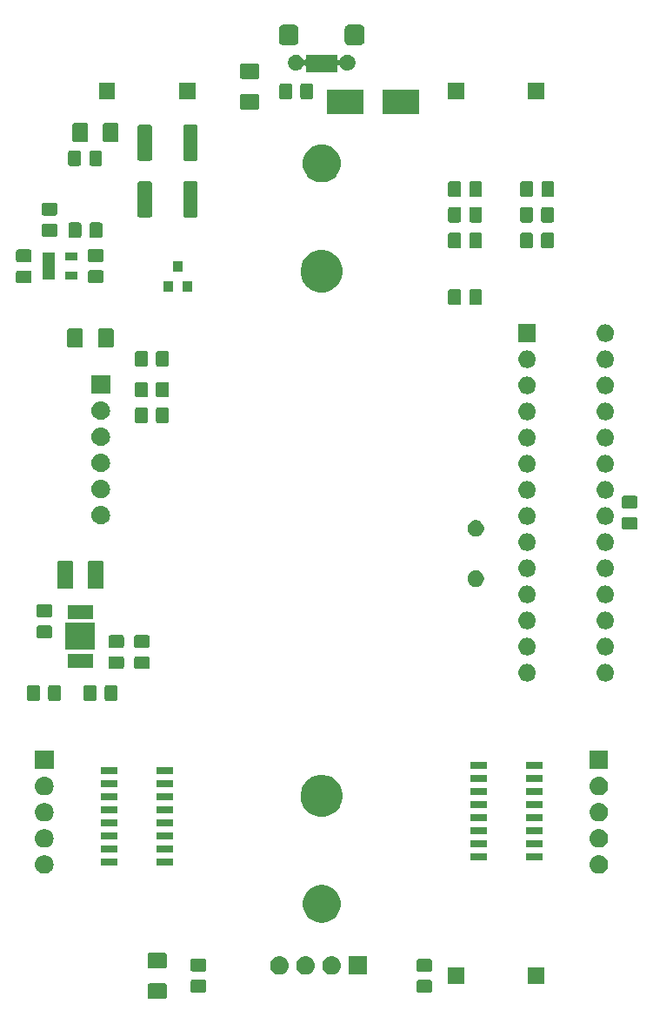
<source format=gts>
G04 #@! TF.GenerationSoftware,KiCad,Pcbnew,5.0.2-bee76a0~70~ubuntu18.04.1*
G04 #@! TF.CreationDate,2021-08-22T23:20:32+02:00*
G04 #@! TF.ProjectId,snailbot,736e6169-6c62-46f7-942e-6b696361645f,3*
G04 #@! TF.SameCoordinates,Original*
G04 #@! TF.FileFunction,Soldermask,Top*
G04 #@! TF.FilePolarity,Negative*
%FSLAX46Y46*%
G04 Gerber Fmt 4.6, Leading zero omitted, Abs format (unit mm)*
G04 Created by KiCad (PCBNEW 5.0.2-bee76a0~70~ubuntu18.04.1) date nie, 22 sie 2021, 23:20:32*
%MOMM*%
%LPD*%
G01*
G04 APERTURE LIST*
%ADD10C,0.100000*%
G04 APERTURE END LIST*
D10*
G36*
X54775562Y-108740681D02*
X54810477Y-108751273D01*
X54842665Y-108768478D01*
X54870873Y-108791627D01*
X54894022Y-108819835D01*
X54911227Y-108852023D01*
X54921819Y-108886938D01*
X54926000Y-108929395D01*
X54926000Y-110070605D01*
X54921819Y-110113062D01*
X54911227Y-110147977D01*
X54894022Y-110180165D01*
X54870873Y-110208373D01*
X54842665Y-110231522D01*
X54810477Y-110248727D01*
X54775562Y-110259319D01*
X54733105Y-110263500D01*
X53266895Y-110263500D01*
X53224438Y-110259319D01*
X53189523Y-110248727D01*
X53157335Y-110231522D01*
X53129127Y-110208373D01*
X53105978Y-110180165D01*
X53088773Y-110147977D01*
X53078181Y-110113062D01*
X53074000Y-110070605D01*
X53074000Y-108929395D01*
X53078181Y-108886938D01*
X53088773Y-108852023D01*
X53105978Y-108819835D01*
X53129127Y-108791627D01*
X53157335Y-108768478D01*
X53189523Y-108751273D01*
X53224438Y-108740681D01*
X53266895Y-108736500D01*
X54733105Y-108736500D01*
X54775562Y-108740681D01*
X54775562Y-108740681D01*
G37*
G36*
X80588677Y-108403465D02*
X80626364Y-108414898D01*
X80661103Y-108433466D01*
X80691548Y-108458452D01*
X80716534Y-108488897D01*
X80735102Y-108523636D01*
X80746535Y-108561323D01*
X80751000Y-108606661D01*
X80751000Y-109443339D01*
X80746535Y-109488677D01*
X80735102Y-109526364D01*
X80716534Y-109561103D01*
X80691548Y-109591548D01*
X80661103Y-109616534D01*
X80626364Y-109635102D01*
X80588677Y-109646535D01*
X80543339Y-109651000D01*
X79456661Y-109651000D01*
X79411323Y-109646535D01*
X79373636Y-109635102D01*
X79338897Y-109616534D01*
X79308452Y-109591548D01*
X79283466Y-109561103D01*
X79264898Y-109526364D01*
X79253465Y-109488677D01*
X79249000Y-109443339D01*
X79249000Y-108606661D01*
X79253465Y-108561323D01*
X79264898Y-108523636D01*
X79283466Y-108488897D01*
X79308452Y-108458452D01*
X79338897Y-108433466D01*
X79373636Y-108414898D01*
X79411323Y-108403465D01*
X79456661Y-108399000D01*
X80543339Y-108399000D01*
X80588677Y-108403465D01*
X80588677Y-108403465D01*
G37*
G36*
X58588677Y-108378465D02*
X58626364Y-108389898D01*
X58661103Y-108408466D01*
X58691548Y-108433452D01*
X58716534Y-108463897D01*
X58735102Y-108498636D01*
X58746535Y-108536323D01*
X58751000Y-108581661D01*
X58751000Y-109418339D01*
X58746535Y-109463677D01*
X58735102Y-109501364D01*
X58716534Y-109536103D01*
X58691548Y-109566548D01*
X58661103Y-109591534D01*
X58626364Y-109610102D01*
X58588677Y-109621535D01*
X58543339Y-109626000D01*
X57456661Y-109626000D01*
X57411323Y-109621535D01*
X57373636Y-109610102D01*
X57338897Y-109591534D01*
X57308452Y-109566548D01*
X57283466Y-109536103D01*
X57264898Y-109501364D01*
X57253465Y-109463677D01*
X57249000Y-109418339D01*
X57249000Y-108581661D01*
X57253465Y-108536323D01*
X57264898Y-108498636D01*
X57283466Y-108463897D01*
X57308452Y-108433452D01*
X57338897Y-108408466D01*
X57373636Y-108389898D01*
X57411323Y-108378465D01*
X57456661Y-108374000D01*
X58543339Y-108374000D01*
X58588677Y-108378465D01*
X58588677Y-108378465D01*
G37*
G36*
X91701000Y-108801000D02*
X90099000Y-108801000D01*
X90099000Y-107199000D01*
X91701000Y-107199000D01*
X91701000Y-108801000D01*
X91701000Y-108801000D01*
G37*
G36*
X83901000Y-108801000D02*
X82299000Y-108801000D01*
X82299000Y-107199000D01*
X83901000Y-107199000D01*
X83901000Y-108801000D01*
X83901000Y-108801000D01*
G37*
G36*
X71070442Y-106105518D02*
X71136627Y-106112037D01*
X71249853Y-106146384D01*
X71306467Y-106163557D01*
X71445087Y-106237652D01*
X71462991Y-106247222D01*
X71498729Y-106276552D01*
X71600186Y-106359814D01*
X71670064Y-106444962D01*
X71712778Y-106497009D01*
X71712779Y-106497011D01*
X71796443Y-106653533D01*
X71796443Y-106653534D01*
X71847963Y-106823373D01*
X71865359Y-107000000D01*
X71847963Y-107176627D01*
X71818508Y-107273727D01*
X71796443Y-107346467D01*
X71738410Y-107455038D01*
X71712778Y-107502991D01*
X71683448Y-107538729D01*
X71600186Y-107640186D01*
X71498729Y-107723448D01*
X71462991Y-107752778D01*
X71462989Y-107752779D01*
X71306467Y-107836443D01*
X71249853Y-107853616D01*
X71136627Y-107887963D01*
X71070442Y-107894482D01*
X71004260Y-107901000D01*
X70915740Y-107901000D01*
X70849558Y-107894482D01*
X70783373Y-107887963D01*
X70670147Y-107853616D01*
X70613533Y-107836443D01*
X70457011Y-107752779D01*
X70457009Y-107752778D01*
X70421271Y-107723448D01*
X70319814Y-107640186D01*
X70236552Y-107538729D01*
X70207222Y-107502991D01*
X70181590Y-107455038D01*
X70123557Y-107346467D01*
X70101492Y-107273727D01*
X70072037Y-107176627D01*
X70054641Y-107000000D01*
X70072037Y-106823373D01*
X70123557Y-106653534D01*
X70123557Y-106653533D01*
X70207221Y-106497011D01*
X70207222Y-106497009D01*
X70249936Y-106444962D01*
X70319814Y-106359814D01*
X70421271Y-106276552D01*
X70457009Y-106247222D01*
X70474913Y-106237652D01*
X70613533Y-106163557D01*
X70670147Y-106146384D01*
X70783373Y-106112037D01*
X70849558Y-106105518D01*
X70915740Y-106099000D01*
X71004260Y-106099000D01*
X71070442Y-106105518D01*
X71070442Y-106105518D01*
G37*
G36*
X74401000Y-107901000D02*
X72599000Y-107901000D01*
X72599000Y-106099000D01*
X74401000Y-106099000D01*
X74401000Y-107901000D01*
X74401000Y-107901000D01*
G37*
G36*
X65990442Y-106105518D02*
X66056627Y-106112037D01*
X66169853Y-106146384D01*
X66226467Y-106163557D01*
X66365087Y-106237652D01*
X66382991Y-106247222D01*
X66418729Y-106276552D01*
X66520186Y-106359814D01*
X66590064Y-106444962D01*
X66632778Y-106497009D01*
X66632779Y-106497011D01*
X66716443Y-106653533D01*
X66716443Y-106653534D01*
X66767963Y-106823373D01*
X66785359Y-107000000D01*
X66767963Y-107176627D01*
X66738508Y-107273727D01*
X66716443Y-107346467D01*
X66658410Y-107455038D01*
X66632778Y-107502991D01*
X66603448Y-107538729D01*
X66520186Y-107640186D01*
X66418729Y-107723448D01*
X66382991Y-107752778D01*
X66382989Y-107752779D01*
X66226467Y-107836443D01*
X66169853Y-107853616D01*
X66056627Y-107887963D01*
X65990442Y-107894482D01*
X65924260Y-107901000D01*
X65835740Y-107901000D01*
X65769558Y-107894482D01*
X65703373Y-107887963D01*
X65590147Y-107853616D01*
X65533533Y-107836443D01*
X65377011Y-107752779D01*
X65377009Y-107752778D01*
X65341271Y-107723448D01*
X65239814Y-107640186D01*
X65156552Y-107538729D01*
X65127222Y-107502991D01*
X65101590Y-107455038D01*
X65043557Y-107346467D01*
X65021492Y-107273727D01*
X64992037Y-107176627D01*
X64974641Y-107000000D01*
X64992037Y-106823373D01*
X65043557Y-106653534D01*
X65043557Y-106653533D01*
X65127221Y-106497011D01*
X65127222Y-106497009D01*
X65169936Y-106444962D01*
X65239814Y-106359814D01*
X65341271Y-106276552D01*
X65377009Y-106247222D01*
X65394913Y-106237652D01*
X65533533Y-106163557D01*
X65590147Y-106146384D01*
X65703373Y-106112037D01*
X65769558Y-106105518D01*
X65835740Y-106099000D01*
X65924260Y-106099000D01*
X65990442Y-106105518D01*
X65990442Y-106105518D01*
G37*
G36*
X68530442Y-106105518D02*
X68596627Y-106112037D01*
X68709853Y-106146384D01*
X68766467Y-106163557D01*
X68905087Y-106237652D01*
X68922991Y-106247222D01*
X68958729Y-106276552D01*
X69060186Y-106359814D01*
X69130064Y-106444962D01*
X69172778Y-106497009D01*
X69172779Y-106497011D01*
X69256443Y-106653533D01*
X69256443Y-106653534D01*
X69307963Y-106823373D01*
X69325359Y-107000000D01*
X69307963Y-107176627D01*
X69278508Y-107273727D01*
X69256443Y-107346467D01*
X69198410Y-107455038D01*
X69172778Y-107502991D01*
X69143448Y-107538729D01*
X69060186Y-107640186D01*
X68958729Y-107723448D01*
X68922991Y-107752778D01*
X68922989Y-107752779D01*
X68766467Y-107836443D01*
X68709853Y-107853616D01*
X68596627Y-107887963D01*
X68530442Y-107894482D01*
X68464260Y-107901000D01*
X68375740Y-107901000D01*
X68309558Y-107894482D01*
X68243373Y-107887963D01*
X68130147Y-107853616D01*
X68073533Y-107836443D01*
X67917011Y-107752779D01*
X67917009Y-107752778D01*
X67881271Y-107723448D01*
X67779814Y-107640186D01*
X67696552Y-107538729D01*
X67667222Y-107502991D01*
X67641590Y-107455038D01*
X67583557Y-107346467D01*
X67561492Y-107273727D01*
X67532037Y-107176627D01*
X67514641Y-107000000D01*
X67532037Y-106823373D01*
X67583557Y-106653534D01*
X67583557Y-106653533D01*
X67667221Y-106497011D01*
X67667222Y-106497009D01*
X67709936Y-106444962D01*
X67779814Y-106359814D01*
X67881271Y-106276552D01*
X67917009Y-106247222D01*
X67934913Y-106237652D01*
X68073533Y-106163557D01*
X68130147Y-106146384D01*
X68243373Y-106112037D01*
X68309558Y-106105518D01*
X68375740Y-106099000D01*
X68464260Y-106099000D01*
X68530442Y-106105518D01*
X68530442Y-106105518D01*
G37*
G36*
X80588677Y-106353465D02*
X80626364Y-106364898D01*
X80661103Y-106383466D01*
X80691548Y-106408452D01*
X80716534Y-106438897D01*
X80735102Y-106473636D01*
X80746535Y-106511323D01*
X80751000Y-106556661D01*
X80751000Y-107393339D01*
X80746535Y-107438677D01*
X80735102Y-107476364D01*
X80716534Y-107511103D01*
X80691548Y-107541548D01*
X80661103Y-107566534D01*
X80626364Y-107585102D01*
X80588677Y-107596535D01*
X80543339Y-107601000D01*
X79456661Y-107601000D01*
X79411323Y-107596535D01*
X79373636Y-107585102D01*
X79338897Y-107566534D01*
X79308452Y-107541548D01*
X79283466Y-107511103D01*
X79264898Y-107476364D01*
X79253465Y-107438677D01*
X79249000Y-107393339D01*
X79249000Y-106556661D01*
X79253465Y-106511323D01*
X79264898Y-106473636D01*
X79283466Y-106438897D01*
X79308452Y-106408452D01*
X79338897Y-106383466D01*
X79373636Y-106364898D01*
X79411323Y-106353465D01*
X79456661Y-106349000D01*
X80543339Y-106349000D01*
X80588677Y-106353465D01*
X80588677Y-106353465D01*
G37*
G36*
X58588677Y-106328465D02*
X58626364Y-106339898D01*
X58661103Y-106358466D01*
X58691548Y-106383452D01*
X58716534Y-106413897D01*
X58735102Y-106448636D01*
X58746535Y-106486323D01*
X58751000Y-106531661D01*
X58751000Y-107368339D01*
X58746535Y-107413677D01*
X58735102Y-107451364D01*
X58716534Y-107486103D01*
X58691548Y-107516548D01*
X58661103Y-107541534D01*
X58626364Y-107560102D01*
X58588677Y-107571535D01*
X58543339Y-107576000D01*
X57456661Y-107576000D01*
X57411323Y-107571535D01*
X57373636Y-107560102D01*
X57338897Y-107541534D01*
X57308452Y-107516548D01*
X57283466Y-107486103D01*
X57264898Y-107451364D01*
X57253465Y-107413677D01*
X57249000Y-107368339D01*
X57249000Y-106531661D01*
X57253465Y-106486323D01*
X57264898Y-106448636D01*
X57283466Y-106413897D01*
X57308452Y-106383452D01*
X57338897Y-106358466D01*
X57373636Y-106339898D01*
X57411323Y-106328465D01*
X57456661Y-106324000D01*
X58543339Y-106324000D01*
X58588677Y-106328465D01*
X58588677Y-106328465D01*
G37*
G36*
X54775562Y-105765681D02*
X54810477Y-105776273D01*
X54842665Y-105793478D01*
X54870873Y-105816627D01*
X54894022Y-105844835D01*
X54911227Y-105877023D01*
X54921819Y-105911938D01*
X54926000Y-105954395D01*
X54926000Y-107095605D01*
X54921819Y-107138062D01*
X54911227Y-107172977D01*
X54894022Y-107205165D01*
X54870873Y-107233373D01*
X54842665Y-107256522D01*
X54810477Y-107273727D01*
X54775562Y-107284319D01*
X54733105Y-107288500D01*
X53266895Y-107288500D01*
X53224438Y-107284319D01*
X53189523Y-107273727D01*
X53157335Y-107256522D01*
X53129127Y-107233373D01*
X53105978Y-107205165D01*
X53088773Y-107172977D01*
X53078181Y-107138062D01*
X53074000Y-107095605D01*
X53074000Y-105954395D01*
X53078181Y-105911938D01*
X53088773Y-105877023D01*
X53105978Y-105844835D01*
X53129127Y-105816627D01*
X53157335Y-105793478D01*
X53189523Y-105776273D01*
X53224438Y-105765681D01*
X53266895Y-105761500D01*
X54733105Y-105761500D01*
X54775562Y-105765681D01*
X54775562Y-105765681D01*
G37*
G36*
X70361113Y-99184567D02*
X70539917Y-99220133D01*
X70876777Y-99359665D01*
X71177902Y-99560870D01*
X71179947Y-99562237D01*
X71437763Y-99820053D01*
X71437765Y-99820056D01*
X71640335Y-100123223D01*
X71779867Y-100460083D01*
X71851000Y-100817692D01*
X71851000Y-101182308D01*
X71779867Y-101539917D01*
X71640335Y-101876777D01*
X71439130Y-102177902D01*
X71437763Y-102179947D01*
X71179947Y-102437763D01*
X71179944Y-102437765D01*
X70876777Y-102640335D01*
X70539917Y-102779867D01*
X70361112Y-102815434D01*
X70182309Y-102851000D01*
X69817691Y-102851000D01*
X69638888Y-102815434D01*
X69460083Y-102779867D01*
X69123223Y-102640335D01*
X68820056Y-102437765D01*
X68820053Y-102437763D01*
X68562237Y-102179947D01*
X68560870Y-102177902D01*
X68359665Y-101876777D01*
X68220133Y-101539917D01*
X68149000Y-101182308D01*
X68149000Y-100817692D01*
X68220133Y-100460083D01*
X68359665Y-100123223D01*
X68562235Y-99820056D01*
X68562237Y-99820053D01*
X68820053Y-99562237D01*
X68822098Y-99560870D01*
X69123223Y-99359665D01*
X69460083Y-99220133D01*
X69638887Y-99184567D01*
X69817691Y-99149000D01*
X70182309Y-99149000D01*
X70361113Y-99184567D01*
X70361113Y-99184567D01*
G37*
G36*
X97110443Y-96265519D02*
X97176627Y-96272037D01*
X97289853Y-96306384D01*
X97346467Y-96323557D01*
X97485087Y-96397652D01*
X97502991Y-96407222D01*
X97538729Y-96436552D01*
X97640186Y-96519814D01*
X97723448Y-96621271D01*
X97752778Y-96657009D01*
X97752779Y-96657011D01*
X97836443Y-96813533D01*
X97836443Y-96813534D01*
X97887963Y-96983373D01*
X97905359Y-97160000D01*
X97887963Y-97336627D01*
X97853616Y-97449853D01*
X97836443Y-97506467D01*
X97762348Y-97645087D01*
X97752778Y-97662991D01*
X97723448Y-97698729D01*
X97640186Y-97800186D01*
X97538729Y-97883448D01*
X97502991Y-97912778D01*
X97502989Y-97912779D01*
X97346467Y-97996443D01*
X97289853Y-98013616D01*
X97176627Y-98047963D01*
X97110442Y-98054482D01*
X97044260Y-98061000D01*
X96955740Y-98061000D01*
X96889558Y-98054482D01*
X96823373Y-98047963D01*
X96710147Y-98013616D01*
X96653533Y-97996443D01*
X96497011Y-97912779D01*
X96497009Y-97912778D01*
X96461271Y-97883448D01*
X96359814Y-97800186D01*
X96276552Y-97698729D01*
X96247222Y-97662991D01*
X96237652Y-97645087D01*
X96163557Y-97506467D01*
X96146384Y-97449853D01*
X96112037Y-97336627D01*
X96094641Y-97160000D01*
X96112037Y-96983373D01*
X96163557Y-96813534D01*
X96163557Y-96813533D01*
X96247221Y-96657011D01*
X96247222Y-96657009D01*
X96276552Y-96621271D01*
X96359814Y-96519814D01*
X96461271Y-96436552D01*
X96497009Y-96407222D01*
X96514913Y-96397652D01*
X96653533Y-96323557D01*
X96710147Y-96306384D01*
X96823373Y-96272037D01*
X96889558Y-96265518D01*
X96955740Y-96259000D01*
X97044260Y-96259000D01*
X97110443Y-96265519D01*
X97110443Y-96265519D01*
G37*
G36*
X43110443Y-96265519D02*
X43176627Y-96272037D01*
X43289853Y-96306384D01*
X43346467Y-96323557D01*
X43485087Y-96397652D01*
X43502991Y-96407222D01*
X43538729Y-96436552D01*
X43640186Y-96519814D01*
X43723448Y-96621271D01*
X43752778Y-96657009D01*
X43752779Y-96657011D01*
X43836443Y-96813533D01*
X43836443Y-96813534D01*
X43887963Y-96983373D01*
X43905359Y-97160000D01*
X43887963Y-97336627D01*
X43853616Y-97449853D01*
X43836443Y-97506467D01*
X43762348Y-97645087D01*
X43752778Y-97662991D01*
X43723448Y-97698729D01*
X43640186Y-97800186D01*
X43538729Y-97883448D01*
X43502991Y-97912778D01*
X43502989Y-97912779D01*
X43346467Y-97996443D01*
X43289853Y-98013616D01*
X43176627Y-98047963D01*
X43110442Y-98054482D01*
X43044260Y-98061000D01*
X42955740Y-98061000D01*
X42889558Y-98054482D01*
X42823373Y-98047963D01*
X42710147Y-98013616D01*
X42653533Y-97996443D01*
X42497011Y-97912779D01*
X42497009Y-97912778D01*
X42461271Y-97883448D01*
X42359814Y-97800186D01*
X42276552Y-97698729D01*
X42247222Y-97662991D01*
X42237652Y-97645087D01*
X42163557Y-97506467D01*
X42146384Y-97449853D01*
X42112037Y-97336627D01*
X42094641Y-97160000D01*
X42112037Y-96983373D01*
X42163557Y-96813534D01*
X42163557Y-96813533D01*
X42247221Y-96657011D01*
X42247222Y-96657009D01*
X42276552Y-96621271D01*
X42359814Y-96519814D01*
X42461271Y-96436552D01*
X42497009Y-96407222D01*
X42514913Y-96397652D01*
X42653533Y-96323557D01*
X42710147Y-96306384D01*
X42823373Y-96272037D01*
X42889557Y-96265519D01*
X42955740Y-96259000D01*
X43044260Y-96259000D01*
X43110443Y-96265519D01*
X43110443Y-96265519D01*
G37*
G36*
X55501000Y-97296000D02*
X53899000Y-97296000D01*
X53899000Y-96594000D01*
X55501000Y-96594000D01*
X55501000Y-97296000D01*
X55501000Y-97296000D01*
G37*
G36*
X50101000Y-97296000D02*
X48499000Y-97296000D01*
X48499000Y-96594000D01*
X50101000Y-96594000D01*
X50101000Y-97296000D01*
X50101000Y-97296000D01*
G37*
G36*
X86101000Y-96796000D02*
X84499000Y-96796000D01*
X84499000Y-96094000D01*
X86101000Y-96094000D01*
X86101000Y-96796000D01*
X86101000Y-96796000D01*
G37*
G36*
X91501000Y-96796000D02*
X89899000Y-96796000D01*
X89899000Y-96094000D01*
X91501000Y-96094000D01*
X91501000Y-96796000D01*
X91501000Y-96796000D01*
G37*
G36*
X50101000Y-96026000D02*
X48499000Y-96026000D01*
X48499000Y-95324000D01*
X50101000Y-95324000D01*
X50101000Y-96026000D01*
X50101000Y-96026000D01*
G37*
G36*
X55501000Y-96026000D02*
X53899000Y-96026000D01*
X53899000Y-95324000D01*
X55501000Y-95324000D01*
X55501000Y-96026000D01*
X55501000Y-96026000D01*
G37*
G36*
X91501000Y-95526000D02*
X89899000Y-95526000D01*
X89899000Y-94824000D01*
X91501000Y-94824000D01*
X91501000Y-95526000D01*
X91501000Y-95526000D01*
G37*
G36*
X86101000Y-95526000D02*
X84499000Y-95526000D01*
X84499000Y-94824000D01*
X86101000Y-94824000D01*
X86101000Y-95526000D01*
X86101000Y-95526000D01*
G37*
G36*
X43110442Y-93725518D02*
X43176627Y-93732037D01*
X43289853Y-93766384D01*
X43346467Y-93783557D01*
X43485087Y-93857652D01*
X43502991Y-93867222D01*
X43538729Y-93896552D01*
X43640186Y-93979814D01*
X43723448Y-94081271D01*
X43752778Y-94117009D01*
X43752779Y-94117011D01*
X43836443Y-94273533D01*
X43836443Y-94273534D01*
X43887963Y-94443373D01*
X43905359Y-94620000D01*
X43887963Y-94796627D01*
X43853616Y-94909853D01*
X43836443Y-94966467D01*
X43762348Y-95105087D01*
X43752778Y-95122991D01*
X43723448Y-95158729D01*
X43640186Y-95260186D01*
X43562427Y-95324000D01*
X43502991Y-95372778D01*
X43502989Y-95372779D01*
X43346467Y-95456443D01*
X43289853Y-95473616D01*
X43176627Y-95507963D01*
X43110442Y-95514482D01*
X43044260Y-95521000D01*
X42955740Y-95521000D01*
X42889558Y-95514482D01*
X42823373Y-95507963D01*
X42710147Y-95473616D01*
X42653533Y-95456443D01*
X42497011Y-95372779D01*
X42497009Y-95372778D01*
X42437573Y-95324000D01*
X42359814Y-95260186D01*
X42276552Y-95158729D01*
X42247222Y-95122991D01*
X42237652Y-95105087D01*
X42163557Y-94966467D01*
X42146384Y-94909853D01*
X42112037Y-94796627D01*
X42094641Y-94620000D01*
X42112037Y-94443373D01*
X42163557Y-94273534D01*
X42163557Y-94273533D01*
X42247221Y-94117011D01*
X42247222Y-94117009D01*
X42276552Y-94081271D01*
X42359814Y-93979814D01*
X42461271Y-93896552D01*
X42497009Y-93867222D01*
X42514913Y-93857652D01*
X42653533Y-93783557D01*
X42710147Y-93766384D01*
X42823373Y-93732037D01*
X42889558Y-93725518D01*
X42955740Y-93719000D01*
X43044260Y-93719000D01*
X43110442Y-93725518D01*
X43110442Y-93725518D01*
G37*
G36*
X97110442Y-93725518D02*
X97176627Y-93732037D01*
X97289853Y-93766384D01*
X97346467Y-93783557D01*
X97485087Y-93857652D01*
X97502991Y-93867222D01*
X97538729Y-93896552D01*
X97640186Y-93979814D01*
X97723448Y-94081271D01*
X97752778Y-94117009D01*
X97752779Y-94117011D01*
X97836443Y-94273533D01*
X97836443Y-94273534D01*
X97887963Y-94443373D01*
X97905359Y-94620000D01*
X97887963Y-94796627D01*
X97853616Y-94909853D01*
X97836443Y-94966467D01*
X97762348Y-95105087D01*
X97752778Y-95122991D01*
X97723448Y-95158729D01*
X97640186Y-95260186D01*
X97562427Y-95324000D01*
X97502991Y-95372778D01*
X97502989Y-95372779D01*
X97346467Y-95456443D01*
X97289853Y-95473616D01*
X97176627Y-95507963D01*
X97110442Y-95514482D01*
X97044260Y-95521000D01*
X96955740Y-95521000D01*
X96889558Y-95514482D01*
X96823373Y-95507963D01*
X96710147Y-95473616D01*
X96653533Y-95456443D01*
X96497011Y-95372779D01*
X96497009Y-95372778D01*
X96437573Y-95324000D01*
X96359814Y-95260186D01*
X96276552Y-95158729D01*
X96247222Y-95122991D01*
X96237652Y-95105087D01*
X96163557Y-94966467D01*
X96146384Y-94909853D01*
X96112037Y-94796627D01*
X96094641Y-94620000D01*
X96112037Y-94443373D01*
X96163557Y-94273534D01*
X96163557Y-94273533D01*
X96247221Y-94117011D01*
X96247222Y-94117009D01*
X96276552Y-94081271D01*
X96359814Y-93979814D01*
X96461271Y-93896552D01*
X96497009Y-93867222D01*
X96514913Y-93857652D01*
X96653533Y-93783557D01*
X96710147Y-93766384D01*
X96823373Y-93732037D01*
X96889558Y-93725518D01*
X96955740Y-93719000D01*
X97044260Y-93719000D01*
X97110442Y-93725518D01*
X97110442Y-93725518D01*
G37*
G36*
X55501000Y-94756000D02*
X53899000Y-94756000D01*
X53899000Y-94054000D01*
X55501000Y-94054000D01*
X55501000Y-94756000D01*
X55501000Y-94756000D01*
G37*
G36*
X50101000Y-94756000D02*
X48499000Y-94756000D01*
X48499000Y-94054000D01*
X50101000Y-94054000D01*
X50101000Y-94756000D01*
X50101000Y-94756000D01*
G37*
G36*
X91501000Y-94256000D02*
X89899000Y-94256000D01*
X89899000Y-93554000D01*
X91501000Y-93554000D01*
X91501000Y-94256000D01*
X91501000Y-94256000D01*
G37*
G36*
X86101000Y-94256000D02*
X84499000Y-94256000D01*
X84499000Y-93554000D01*
X86101000Y-93554000D01*
X86101000Y-94256000D01*
X86101000Y-94256000D01*
G37*
G36*
X50101000Y-93486000D02*
X48499000Y-93486000D01*
X48499000Y-92784000D01*
X50101000Y-92784000D01*
X50101000Y-93486000D01*
X50101000Y-93486000D01*
G37*
G36*
X55501000Y-93486000D02*
X53899000Y-93486000D01*
X53899000Y-92784000D01*
X55501000Y-92784000D01*
X55501000Y-93486000D01*
X55501000Y-93486000D01*
G37*
G36*
X91501000Y-92986000D02*
X89899000Y-92986000D01*
X89899000Y-92284000D01*
X91501000Y-92284000D01*
X91501000Y-92986000D01*
X91501000Y-92986000D01*
G37*
G36*
X86101000Y-92986000D02*
X84499000Y-92986000D01*
X84499000Y-92284000D01*
X86101000Y-92284000D01*
X86101000Y-92986000D01*
X86101000Y-92986000D01*
G37*
G36*
X97110442Y-91185518D02*
X97176627Y-91192037D01*
X97289853Y-91226384D01*
X97346467Y-91243557D01*
X97485087Y-91317652D01*
X97502991Y-91327222D01*
X97538729Y-91356552D01*
X97640186Y-91439814D01*
X97723448Y-91541271D01*
X97752778Y-91577009D01*
X97752779Y-91577011D01*
X97836443Y-91733533D01*
X97836443Y-91733534D01*
X97887963Y-91903373D01*
X97905359Y-92080000D01*
X97887963Y-92256627D01*
X97869475Y-92317573D01*
X97836443Y-92426467D01*
X97812008Y-92472181D01*
X97752778Y-92582991D01*
X97723448Y-92618729D01*
X97640186Y-92720186D01*
X97562427Y-92784000D01*
X97502991Y-92832778D01*
X97502989Y-92832779D01*
X97346467Y-92916443D01*
X97289853Y-92933616D01*
X97176627Y-92967963D01*
X97110443Y-92974481D01*
X97044260Y-92981000D01*
X96955740Y-92981000D01*
X96889557Y-92974481D01*
X96823373Y-92967963D01*
X96710147Y-92933616D01*
X96653533Y-92916443D01*
X96497011Y-92832779D01*
X96497009Y-92832778D01*
X96437573Y-92784000D01*
X96359814Y-92720186D01*
X96276552Y-92618729D01*
X96247222Y-92582991D01*
X96187992Y-92472181D01*
X96163557Y-92426467D01*
X96130525Y-92317573D01*
X96112037Y-92256627D01*
X96094641Y-92080000D01*
X96112037Y-91903373D01*
X96163557Y-91733534D01*
X96163557Y-91733533D01*
X96247221Y-91577011D01*
X96247222Y-91577009D01*
X96276552Y-91541271D01*
X96359814Y-91439814D01*
X96461271Y-91356552D01*
X96497009Y-91327222D01*
X96514913Y-91317652D01*
X96653533Y-91243557D01*
X96710147Y-91226384D01*
X96823373Y-91192037D01*
X96889558Y-91185518D01*
X96955740Y-91179000D01*
X97044260Y-91179000D01*
X97110442Y-91185518D01*
X97110442Y-91185518D01*
G37*
G36*
X43110442Y-91185518D02*
X43176627Y-91192037D01*
X43289853Y-91226384D01*
X43346467Y-91243557D01*
X43485087Y-91317652D01*
X43502991Y-91327222D01*
X43538729Y-91356552D01*
X43640186Y-91439814D01*
X43723448Y-91541271D01*
X43752778Y-91577009D01*
X43752779Y-91577011D01*
X43836443Y-91733533D01*
X43836443Y-91733534D01*
X43887963Y-91903373D01*
X43905359Y-92080000D01*
X43887963Y-92256627D01*
X43869475Y-92317573D01*
X43836443Y-92426467D01*
X43812008Y-92472181D01*
X43752778Y-92582991D01*
X43723448Y-92618729D01*
X43640186Y-92720186D01*
X43562427Y-92784000D01*
X43502991Y-92832778D01*
X43502989Y-92832779D01*
X43346467Y-92916443D01*
X43289853Y-92933616D01*
X43176627Y-92967963D01*
X43110443Y-92974481D01*
X43044260Y-92981000D01*
X42955740Y-92981000D01*
X42889557Y-92974481D01*
X42823373Y-92967963D01*
X42710147Y-92933616D01*
X42653533Y-92916443D01*
X42497011Y-92832779D01*
X42497009Y-92832778D01*
X42437573Y-92784000D01*
X42359814Y-92720186D01*
X42276552Y-92618729D01*
X42247222Y-92582991D01*
X42187992Y-92472181D01*
X42163557Y-92426467D01*
X42130525Y-92317573D01*
X42112037Y-92256627D01*
X42094641Y-92080000D01*
X42112037Y-91903373D01*
X42163557Y-91733534D01*
X42163557Y-91733533D01*
X42247221Y-91577011D01*
X42247222Y-91577009D01*
X42276552Y-91541271D01*
X42359814Y-91439814D01*
X42461271Y-91356552D01*
X42497009Y-91327222D01*
X42514913Y-91317652D01*
X42653533Y-91243557D01*
X42710147Y-91226384D01*
X42823373Y-91192037D01*
X42889558Y-91185518D01*
X42955740Y-91179000D01*
X43044260Y-91179000D01*
X43110442Y-91185518D01*
X43110442Y-91185518D01*
G37*
G36*
X70598252Y-88527818D02*
X70598254Y-88527819D01*
X70598255Y-88527819D01*
X70971513Y-88682427D01*
X71296855Y-88899814D01*
X71307439Y-88906886D01*
X71593114Y-89192561D01*
X71593116Y-89192564D01*
X71817573Y-89528487D01*
X71972181Y-89901745D01*
X71972182Y-89901748D01*
X72051000Y-90297993D01*
X72051000Y-90702007D01*
X71988941Y-91014000D01*
X71972181Y-91098255D01*
X71817573Y-91471513D01*
X71747081Y-91577011D01*
X71593114Y-91807439D01*
X71307439Y-92093114D01*
X71307436Y-92093116D01*
X70971513Y-92317573D01*
X70598255Y-92472181D01*
X70598254Y-92472181D01*
X70598252Y-92472182D01*
X70202007Y-92551000D01*
X69797993Y-92551000D01*
X69401748Y-92472182D01*
X69401746Y-92472181D01*
X69401745Y-92472181D01*
X69028487Y-92317573D01*
X68692564Y-92093116D01*
X68692561Y-92093114D01*
X68406886Y-91807439D01*
X68252919Y-91577011D01*
X68182427Y-91471513D01*
X68027819Y-91098255D01*
X68011060Y-91014000D01*
X67949000Y-90702007D01*
X67949000Y-90297993D01*
X68027818Y-89901748D01*
X68027819Y-89901745D01*
X68182427Y-89528487D01*
X68406884Y-89192564D01*
X68406886Y-89192561D01*
X68692561Y-88906886D01*
X68703145Y-88899814D01*
X69028487Y-88682427D01*
X69401745Y-88527819D01*
X69401746Y-88527819D01*
X69401748Y-88527818D01*
X69797993Y-88449000D01*
X70202007Y-88449000D01*
X70598252Y-88527818D01*
X70598252Y-88527818D01*
G37*
G36*
X55501000Y-92216000D02*
X53899000Y-92216000D01*
X53899000Y-91514000D01*
X55501000Y-91514000D01*
X55501000Y-92216000D01*
X55501000Y-92216000D01*
G37*
G36*
X50101000Y-92216000D02*
X48499000Y-92216000D01*
X48499000Y-91514000D01*
X50101000Y-91514000D01*
X50101000Y-92216000D01*
X50101000Y-92216000D01*
G37*
G36*
X86101000Y-91716000D02*
X84499000Y-91716000D01*
X84499000Y-91014000D01*
X86101000Y-91014000D01*
X86101000Y-91716000D01*
X86101000Y-91716000D01*
G37*
G36*
X91501000Y-91716000D02*
X89899000Y-91716000D01*
X89899000Y-91014000D01*
X91501000Y-91014000D01*
X91501000Y-91716000D01*
X91501000Y-91716000D01*
G37*
G36*
X55501000Y-90946000D02*
X53899000Y-90946000D01*
X53899000Y-90244000D01*
X55501000Y-90244000D01*
X55501000Y-90946000D01*
X55501000Y-90946000D01*
G37*
G36*
X50101000Y-90946000D02*
X48499000Y-90946000D01*
X48499000Y-90244000D01*
X50101000Y-90244000D01*
X50101000Y-90946000D01*
X50101000Y-90946000D01*
G37*
G36*
X91501000Y-90446000D02*
X89899000Y-90446000D01*
X89899000Y-89744000D01*
X91501000Y-89744000D01*
X91501000Y-90446000D01*
X91501000Y-90446000D01*
G37*
G36*
X86101000Y-90446000D02*
X84499000Y-90446000D01*
X84499000Y-89744000D01*
X86101000Y-89744000D01*
X86101000Y-90446000D01*
X86101000Y-90446000D01*
G37*
G36*
X43110443Y-88645519D02*
X43176627Y-88652037D01*
X43276813Y-88682428D01*
X43346467Y-88703557D01*
X43485087Y-88777652D01*
X43502991Y-88787222D01*
X43538729Y-88816552D01*
X43640186Y-88899814D01*
X43723448Y-89001271D01*
X43752778Y-89037009D01*
X43752779Y-89037011D01*
X43836443Y-89193533D01*
X43836443Y-89193534D01*
X43887963Y-89363373D01*
X43905359Y-89540000D01*
X43887963Y-89716627D01*
X43853616Y-89829853D01*
X43836443Y-89886467D01*
X43828275Y-89901748D01*
X43752778Y-90042991D01*
X43723448Y-90078729D01*
X43640186Y-90180186D01*
X43562427Y-90244000D01*
X43502991Y-90292778D01*
X43502989Y-90292779D01*
X43346467Y-90376443D01*
X43289853Y-90393616D01*
X43176627Y-90427963D01*
X43110442Y-90434482D01*
X43044260Y-90441000D01*
X42955740Y-90441000D01*
X42889558Y-90434482D01*
X42823373Y-90427963D01*
X42710147Y-90393616D01*
X42653533Y-90376443D01*
X42497011Y-90292779D01*
X42497009Y-90292778D01*
X42437573Y-90244000D01*
X42359814Y-90180186D01*
X42276552Y-90078729D01*
X42247222Y-90042991D01*
X42171725Y-89901748D01*
X42163557Y-89886467D01*
X42146384Y-89829853D01*
X42112037Y-89716627D01*
X42094641Y-89540000D01*
X42112037Y-89363373D01*
X42163557Y-89193534D01*
X42163557Y-89193533D01*
X42247221Y-89037011D01*
X42247222Y-89037009D01*
X42276552Y-89001271D01*
X42359814Y-88899814D01*
X42461271Y-88816552D01*
X42497009Y-88787222D01*
X42514913Y-88777652D01*
X42653533Y-88703557D01*
X42723187Y-88682428D01*
X42823373Y-88652037D01*
X42889557Y-88645519D01*
X42955740Y-88639000D01*
X43044260Y-88639000D01*
X43110443Y-88645519D01*
X43110443Y-88645519D01*
G37*
G36*
X97110443Y-88645519D02*
X97176627Y-88652037D01*
X97276813Y-88682428D01*
X97346467Y-88703557D01*
X97485087Y-88777652D01*
X97502991Y-88787222D01*
X97538729Y-88816552D01*
X97640186Y-88899814D01*
X97723448Y-89001271D01*
X97752778Y-89037009D01*
X97752779Y-89037011D01*
X97836443Y-89193533D01*
X97836443Y-89193534D01*
X97887963Y-89363373D01*
X97905359Y-89540000D01*
X97887963Y-89716627D01*
X97853616Y-89829853D01*
X97836443Y-89886467D01*
X97828275Y-89901748D01*
X97752778Y-90042991D01*
X97723448Y-90078729D01*
X97640186Y-90180186D01*
X97562427Y-90244000D01*
X97502991Y-90292778D01*
X97502989Y-90292779D01*
X97346467Y-90376443D01*
X97289853Y-90393616D01*
X97176627Y-90427963D01*
X97110442Y-90434482D01*
X97044260Y-90441000D01*
X96955740Y-90441000D01*
X96889558Y-90434482D01*
X96823373Y-90427963D01*
X96710147Y-90393616D01*
X96653533Y-90376443D01*
X96497011Y-90292779D01*
X96497009Y-90292778D01*
X96437573Y-90244000D01*
X96359814Y-90180186D01*
X96276552Y-90078729D01*
X96247222Y-90042991D01*
X96171725Y-89901748D01*
X96163557Y-89886467D01*
X96146384Y-89829853D01*
X96112037Y-89716627D01*
X96094641Y-89540000D01*
X96112037Y-89363373D01*
X96163557Y-89193534D01*
X96163557Y-89193533D01*
X96247221Y-89037011D01*
X96247222Y-89037009D01*
X96276552Y-89001271D01*
X96359814Y-88899814D01*
X96461271Y-88816552D01*
X96497009Y-88787222D01*
X96514913Y-88777652D01*
X96653533Y-88703557D01*
X96723187Y-88682428D01*
X96823373Y-88652037D01*
X96889557Y-88645519D01*
X96955740Y-88639000D01*
X97044260Y-88639000D01*
X97110443Y-88645519D01*
X97110443Y-88645519D01*
G37*
G36*
X50101000Y-89676000D02*
X48499000Y-89676000D01*
X48499000Y-88974000D01*
X50101000Y-88974000D01*
X50101000Y-89676000D01*
X50101000Y-89676000D01*
G37*
G36*
X55501000Y-89676000D02*
X53899000Y-89676000D01*
X53899000Y-88974000D01*
X55501000Y-88974000D01*
X55501000Y-89676000D01*
X55501000Y-89676000D01*
G37*
G36*
X91501000Y-89176000D02*
X89899000Y-89176000D01*
X89899000Y-88474000D01*
X91501000Y-88474000D01*
X91501000Y-89176000D01*
X91501000Y-89176000D01*
G37*
G36*
X86101000Y-89176000D02*
X84499000Y-89176000D01*
X84499000Y-88474000D01*
X86101000Y-88474000D01*
X86101000Y-89176000D01*
X86101000Y-89176000D01*
G37*
G36*
X50101000Y-88406000D02*
X48499000Y-88406000D01*
X48499000Y-87704000D01*
X50101000Y-87704000D01*
X50101000Y-88406000D01*
X50101000Y-88406000D01*
G37*
G36*
X55501000Y-88406000D02*
X53899000Y-88406000D01*
X53899000Y-87704000D01*
X55501000Y-87704000D01*
X55501000Y-88406000D01*
X55501000Y-88406000D01*
G37*
G36*
X91501000Y-87906000D02*
X89899000Y-87906000D01*
X89899000Y-87204000D01*
X91501000Y-87204000D01*
X91501000Y-87906000D01*
X91501000Y-87906000D01*
G37*
G36*
X86101000Y-87906000D02*
X84499000Y-87906000D01*
X84499000Y-87204000D01*
X86101000Y-87204000D01*
X86101000Y-87906000D01*
X86101000Y-87906000D01*
G37*
G36*
X43901000Y-87901000D02*
X42099000Y-87901000D01*
X42099000Y-86099000D01*
X43901000Y-86099000D01*
X43901000Y-87901000D01*
X43901000Y-87901000D01*
G37*
G36*
X97901000Y-87901000D02*
X96099000Y-87901000D01*
X96099000Y-86099000D01*
X97901000Y-86099000D01*
X97901000Y-87901000D01*
X97901000Y-87901000D01*
G37*
G36*
X44463677Y-79753465D02*
X44501364Y-79764898D01*
X44536103Y-79783466D01*
X44566548Y-79808452D01*
X44591534Y-79838897D01*
X44610102Y-79873636D01*
X44621535Y-79911323D01*
X44626000Y-79956661D01*
X44626000Y-81043339D01*
X44621535Y-81088677D01*
X44610102Y-81126364D01*
X44591534Y-81161103D01*
X44566548Y-81191548D01*
X44536103Y-81216534D01*
X44501364Y-81235102D01*
X44463677Y-81246535D01*
X44418339Y-81251000D01*
X43581661Y-81251000D01*
X43536323Y-81246535D01*
X43498636Y-81235102D01*
X43463897Y-81216534D01*
X43433452Y-81191548D01*
X43408466Y-81161103D01*
X43389898Y-81126364D01*
X43378465Y-81088677D01*
X43374000Y-81043339D01*
X43374000Y-79956661D01*
X43378465Y-79911323D01*
X43389898Y-79873636D01*
X43408466Y-79838897D01*
X43433452Y-79808452D01*
X43463897Y-79783466D01*
X43498636Y-79764898D01*
X43536323Y-79753465D01*
X43581661Y-79749000D01*
X44418339Y-79749000D01*
X44463677Y-79753465D01*
X44463677Y-79753465D01*
G37*
G36*
X47913677Y-79753465D02*
X47951364Y-79764898D01*
X47986103Y-79783466D01*
X48016548Y-79808452D01*
X48041534Y-79838897D01*
X48060102Y-79873636D01*
X48071535Y-79911323D01*
X48076000Y-79956661D01*
X48076000Y-81043339D01*
X48071535Y-81088677D01*
X48060102Y-81126364D01*
X48041534Y-81161103D01*
X48016548Y-81191548D01*
X47986103Y-81216534D01*
X47951364Y-81235102D01*
X47913677Y-81246535D01*
X47868339Y-81251000D01*
X47031661Y-81251000D01*
X46986323Y-81246535D01*
X46948636Y-81235102D01*
X46913897Y-81216534D01*
X46883452Y-81191548D01*
X46858466Y-81161103D01*
X46839898Y-81126364D01*
X46828465Y-81088677D01*
X46824000Y-81043339D01*
X46824000Y-79956661D01*
X46828465Y-79911323D01*
X46839898Y-79873636D01*
X46858466Y-79838897D01*
X46883452Y-79808452D01*
X46913897Y-79783466D01*
X46948636Y-79764898D01*
X46986323Y-79753465D01*
X47031661Y-79749000D01*
X47868339Y-79749000D01*
X47913677Y-79753465D01*
X47913677Y-79753465D01*
G37*
G36*
X49963677Y-79753465D02*
X50001364Y-79764898D01*
X50036103Y-79783466D01*
X50066548Y-79808452D01*
X50091534Y-79838897D01*
X50110102Y-79873636D01*
X50121535Y-79911323D01*
X50126000Y-79956661D01*
X50126000Y-81043339D01*
X50121535Y-81088677D01*
X50110102Y-81126364D01*
X50091534Y-81161103D01*
X50066548Y-81191548D01*
X50036103Y-81216534D01*
X50001364Y-81235102D01*
X49963677Y-81246535D01*
X49918339Y-81251000D01*
X49081661Y-81251000D01*
X49036323Y-81246535D01*
X48998636Y-81235102D01*
X48963897Y-81216534D01*
X48933452Y-81191548D01*
X48908466Y-81161103D01*
X48889898Y-81126364D01*
X48878465Y-81088677D01*
X48874000Y-81043339D01*
X48874000Y-79956661D01*
X48878465Y-79911323D01*
X48889898Y-79873636D01*
X48908466Y-79838897D01*
X48933452Y-79808452D01*
X48963897Y-79783466D01*
X48998636Y-79764898D01*
X49036323Y-79753465D01*
X49081661Y-79749000D01*
X49918339Y-79749000D01*
X49963677Y-79753465D01*
X49963677Y-79753465D01*
G37*
G36*
X42413677Y-79753465D02*
X42451364Y-79764898D01*
X42486103Y-79783466D01*
X42516548Y-79808452D01*
X42541534Y-79838897D01*
X42560102Y-79873636D01*
X42571535Y-79911323D01*
X42576000Y-79956661D01*
X42576000Y-81043339D01*
X42571535Y-81088677D01*
X42560102Y-81126364D01*
X42541534Y-81161103D01*
X42516548Y-81191548D01*
X42486103Y-81216534D01*
X42451364Y-81235102D01*
X42413677Y-81246535D01*
X42368339Y-81251000D01*
X41531661Y-81251000D01*
X41486323Y-81246535D01*
X41448636Y-81235102D01*
X41413897Y-81216534D01*
X41383452Y-81191548D01*
X41358466Y-81161103D01*
X41339898Y-81126364D01*
X41328465Y-81088677D01*
X41324000Y-81043339D01*
X41324000Y-79956661D01*
X41328465Y-79911323D01*
X41339898Y-79873636D01*
X41358466Y-79838897D01*
X41383452Y-79808452D01*
X41413897Y-79783466D01*
X41448636Y-79764898D01*
X41486323Y-79753465D01*
X41531661Y-79749000D01*
X42368339Y-79749000D01*
X42413677Y-79753465D01*
X42413677Y-79753465D01*
G37*
G36*
X90166821Y-77681313D02*
X90166824Y-77681314D01*
X90166825Y-77681314D01*
X90327239Y-77729975D01*
X90327241Y-77729976D01*
X90327244Y-77729977D01*
X90475078Y-77808995D01*
X90604659Y-77915341D01*
X90711005Y-78044922D01*
X90790023Y-78192756D01*
X90838687Y-78353179D01*
X90855117Y-78520000D01*
X90838687Y-78686821D01*
X90790023Y-78847244D01*
X90711005Y-78995078D01*
X90604659Y-79124659D01*
X90475078Y-79231005D01*
X90327244Y-79310023D01*
X90327241Y-79310024D01*
X90327239Y-79310025D01*
X90166825Y-79358686D01*
X90166824Y-79358686D01*
X90166821Y-79358687D01*
X90041804Y-79371000D01*
X89958196Y-79371000D01*
X89833179Y-79358687D01*
X89833176Y-79358686D01*
X89833175Y-79358686D01*
X89672761Y-79310025D01*
X89672759Y-79310024D01*
X89672756Y-79310023D01*
X89524922Y-79231005D01*
X89395341Y-79124659D01*
X89288995Y-78995078D01*
X89209977Y-78847244D01*
X89161313Y-78686821D01*
X89144883Y-78520000D01*
X89161313Y-78353179D01*
X89209977Y-78192756D01*
X89288995Y-78044922D01*
X89395341Y-77915341D01*
X89524922Y-77808995D01*
X89672756Y-77729977D01*
X89672759Y-77729976D01*
X89672761Y-77729975D01*
X89833175Y-77681314D01*
X89833176Y-77681314D01*
X89833179Y-77681313D01*
X89958196Y-77669000D01*
X90041804Y-77669000D01*
X90166821Y-77681313D01*
X90166821Y-77681313D01*
G37*
G36*
X97786821Y-77681313D02*
X97786824Y-77681314D01*
X97786825Y-77681314D01*
X97947239Y-77729975D01*
X97947241Y-77729976D01*
X97947244Y-77729977D01*
X98095078Y-77808995D01*
X98224659Y-77915341D01*
X98331005Y-78044922D01*
X98410023Y-78192756D01*
X98458687Y-78353179D01*
X98475117Y-78520000D01*
X98458687Y-78686821D01*
X98410023Y-78847244D01*
X98331005Y-78995078D01*
X98224659Y-79124659D01*
X98095078Y-79231005D01*
X97947244Y-79310023D01*
X97947241Y-79310024D01*
X97947239Y-79310025D01*
X97786825Y-79358686D01*
X97786824Y-79358686D01*
X97786821Y-79358687D01*
X97661804Y-79371000D01*
X97578196Y-79371000D01*
X97453179Y-79358687D01*
X97453176Y-79358686D01*
X97453175Y-79358686D01*
X97292761Y-79310025D01*
X97292759Y-79310024D01*
X97292756Y-79310023D01*
X97144922Y-79231005D01*
X97015341Y-79124659D01*
X96908995Y-78995078D01*
X96829977Y-78847244D01*
X96781313Y-78686821D01*
X96764883Y-78520000D01*
X96781313Y-78353179D01*
X96829977Y-78192756D01*
X96908995Y-78044922D01*
X97015341Y-77915341D01*
X97144922Y-77808995D01*
X97292756Y-77729977D01*
X97292759Y-77729976D01*
X97292761Y-77729975D01*
X97453175Y-77681314D01*
X97453176Y-77681314D01*
X97453179Y-77681313D01*
X97578196Y-77669000D01*
X97661804Y-77669000D01*
X97786821Y-77681313D01*
X97786821Y-77681313D01*
G37*
G36*
X53088677Y-76928465D02*
X53126364Y-76939898D01*
X53161103Y-76958466D01*
X53191548Y-76983452D01*
X53216534Y-77013897D01*
X53235102Y-77048636D01*
X53246535Y-77086323D01*
X53251000Y-77131661D01*
X53251000Y-77968339D01*
X53246535Y-78013677D01*
X53235102Y-78051364D01*
X53216534Y-78086103D01*
X53191548Y-78116548D01*
X53161103Y-78141534D01*
X53126364Y-78160102D01*
X53088677Y-78171535D01*
X53043339Y-78176000D01*
X51956661Y-78176000D01*
X51911323Y-78171535D01*
X51873636Y-78160102D01*
X51838897Y-78141534D01*
X51808452Y-78116548D01*
X51783466Y-78086103D01*
X51764898Y-78051364D01*
X51753465Y-78013677D01*
X51749000Y-77968339D01*
X51749000Y-77131661D01*
X51753465Y-77086323D01*
X51764898Y-77048636D01*
X51783466Y-77013897D01*
X51808452Y-76983452D01*
X51838897Y-76958466D01*
X51873636Y-76939898D01*
X51911323Y-76928465D01*
X51956661Y-76924000D01*
X53043339Y-76924000D01*
X53088677Y-76928465D01*
X53088677Y-76928465D01*
G37*
G36*
X50588677Y-76928465D02*
X50626364Y-76939898D01*
X50661103Y-76958466D01*
X50691548Y-76983452D01*
X50716534Y-77013897D01*
X50735102Y-77048636D01*
X50746535Y-77086323D01*
X50751000Y-77131661D01*
X50751000Y-77968339D01*
X50746535Y-78013677D01*
X50735102Y-78051364D01*
X50716534Y-78086103D01*
X50691548Y-78116548D01*
X50661103Y-78141534D01*
X50626364Y-78160102D01*
X50588677Y-78171535D01*
X50543339Y-78176000D01*
X49456661Y-78176000D01*
X49411323Y-78171535D01*
X49373636Y-78160102D01*
X49338897Y-78141534D01*
X49308452Y-78116548D01*
X49283466Y-78086103D01*
X49264898Y-78051364D01*
X49253465Y-78013677D01*
X49249000Y-77968339D01*
X49249000Y-77131661D01*
X49253465Y-77086323D01*
X49264898Y-77048636D01*
X49283466Y-77013897D01*
X49308452Y-76983452D01*
X49338897Y-76958466D01*
X49373636Y-76939898D01*
X49411323Y-76928465D01*
X49456661Y-76924000D01*
X50543339Y-76924000D01*
X50588677Y-76928465D01*
X50588677Y-76928465D01*
G37*
G36*
X47726000Y-78081000D02*
X45274000Y-78081000D01*
X45274000Y-76719000D01*
X47726000Y-76719000D01*
X47726000Y-78081000D01*
X47726000Y-78081000D01*
G37*
G36*
X90166821Y-75141313D02*
X90166824Y-75141314D01*
X90166825Y-75141314D01*
X90327239Y-75189975D01*
X90327241Y-75189976D01*
X90327244Y-75189977D01*
X90475078Y-75268995D01*
X90604659Y-75375341D01*
X90711005Y-75504922D01*
X90790023Y-75652756D01*
X90838687Y-75813179D01*
X90855117Y-75980000D01*
X90838687Y-76146821D01*
X90790023Y-76307244D01*
X90711005Y-76455078D01*
X90604659Y-76584659D01*
X90475078Y-76691005D01*
X90327244Y-76770023D01*
X90327241Y-76770024D01*
X90327239Y-76770025D01*
X90166825Y-76818686D01*
X90166824Y-76818686D01*
X90166821Y-76818687D01*
X90041804Y-76831000D01*
X89958196Y-76831000D01*
X89833179Y-76818687D01*
X89833176Y-76818686D01*
X89833175Y-76818686D01*
X89672761Y-76770025D01*
X89672759Y-76770024D01*
X89672756Y-76770023D01*
X89524922Y-76691005D01*
X89395341Y-76584659D01*
X89288995Y-76455078D01*
X89209977Y-76307244D01*
X89161313Y-76146821D01*
X89144883Y-75980000D01*
X89161313Y-75813179D01*
X89209977Y-75652756D01*
X89288995Y-75504922D01*
X89395341Y-75375341D01*
X89524922Y-75268995D01*
X89672756Y-75189977D01*
X89672759Y-75189976D01*
X89672761Y-75189975D01*
X89833175Y-75141314D01*
X89833176Y-75141314D01*
X89833179Y-75141313D01*
X89958196Y-75129000D01*
X90041804Y-75129000D01*
X90166821Y-75141313D01*
X90166821Y-75141313D01*
G37*
G36*
X97786821Y-75141313D02*
X97786824Y-75141314D01*
X97786825Y-75141314D01*
X97947239Y-75189975D01*
X97947241Y-75189976D01*
X97947244Y-75189977D01*
X98095078Y-75268995D01*
X98224659Y-75375341D01*
X98331005Y-75504922D01*
X98410023Y-75652756D01*
X98458687Y-75813179D01*
X98475117Y-75980000D01*
X98458687Y-76146821D01*
X98410023Y-76307244D01*
X98331005Y-76455078D01*
X98224659Y-76584659D01*
X98095078Y-76691005D01*
X97947244Y-76770023D01*
X97947241Y-76770024D01*
X97947239Y-76770025D01*
X97786825Y-76818686D01*
X97786824Y-76818686D01*
X97786821Y-76818687D01*
X97661804Y-76831000D01*
X97578196Y-76831000D01*
X97453179Y-76818687D01*
X97453176Y-76818686D01*
X97453175Y-76818686D01*
X97292761Y-76770025D01*
X97292759Y-76770024D01*
X97292756Y-76770023D01*
X97144922Y-76691005D01*
X97015341Y-76584659D01*
X96908995Y-76455078D01*
X96829977Y-76307244D01*
X96781313Y-76146821D01*
X96764883Y-75980000D01*
X96781313Y-75813179D01*
X96829977Y-75652756D01*
X96908995Y-75504922D01*
X97015341Y-75375341D01*
X97144922Y-75268995D01*
X97292756Y-75189977D01*
X97292759Y-75189976D01*
X97292761Y-75189975D01*
X97453175Y-75141314D01*
X97453176Y-75141314D01*
X97453179Y-75141313D01*
X97578196Y-75129000D01*
X97661804Y-75129000D01*
X97786821Y-75141313D01*
X97786821Y-75141313D01*
G37*
G36*
X47951000Y-76321000D02*
X45049000Y-76321000D01*
X45049000Y-73679000D01*
X47951000Y-73679000D01*
X47951000Y-76321000D01*
X47951000Y-76321000D01*
G37*
G36*
X50588677Y-74878465D02*
X50626364Y-74889898D01*
X50661103Y-74908466D01*
X50691548Y-74933452D01*
X50716534Y-74963897D01*
X50735102Y-74998636D01*
X50746535Y-75036323D01*
X50751000Y-75081661D01*
X50751000Y-75918339D01*
X50746535Y-75963677D01*
X50735102Y-76001364D01*
X50716534Y-76036103D01*
X50691548Y-76066548D01*
X50661103Y-76091534D01*
X50626364Y-76110102D01*
X50588677Y-76121535D01*
X50543339Y-76126000D01*
X49456661Y-76126000D01*
X49411323Y-76121535D01*
X49373636Y-76110102D01*
X49338897Y-76091534D01*
X49308452Y-76066548D01*
X49283466Y-76036103D01*
X49264898Y-76001364D01*
X49253465Y-75963677D01*
X49249000Y-75918339D01*
X49249000Y-75081661D01*
X49253465Y-75036323D01*
X49264898Y-74998636D01*
X49283466Y-74963897D01*
X49308452Y-74933452D01*
X49338897Y-74908466D01*
X49373636Y-74889898D01*
X49411323Y-74878465D01*
X49456661Y-74874000D01*
X50543339Y-74874000D01*
X50588677Y-74878465D01*
X50588677Y-74878465D01*
G37*
G36*
X53088677Y-74878465D02*
X53126364Y-74889898D01*
X53161103Y-74908466D01*
X53191548Y-74933452D01*
X53216534Y-74963897D01*
X53235102Y-74998636D01*
X53246535Y-75036323D01*
X53251000Y-75081661D01*
X53251000Y-75918339D01*
X53246535Y-75963677D01*
X53235102Y-76001364D01*
X53216534Y-76036103D01*
X53191548Y-76066548D01*
X53161103Y-76091534D01*
X53126364Y-76110102D01*
X53088677Y-76121535D01*
X53043339Y-76126000D01*
X51956661Y-76126000D01*
X51911323Y-76121535D01*
X51873636Y-76110102D01*
X51838897Y-76091534D01*
X51808452Y-76066548D01*
X51783466Y-76036103D01*
X51764898Y-76001364D01*
X51753465Y-75963677D01*
X51749000Y-75918339D01*
X51749000Y-75081661D01*
X51753465Y-75036323D01*
X51764898Y-74998636D01*
X51783466Y-74963897D01*
X51808452Y-74933452D01*
X51838897Y-74908466D01*
X51873636Y-74889898D01*
X51911323Y-74878465D01*
X51956661Y-74874000D01*
X53043339Y-74874000D01*
X53088677Y-74878465D01*
X53088677Y-74878465D01*
G37*
G36*
X43588677Y-73928465D02*
X43626364Y-73939898D01*
X43661103Y-73958466D01*
X43691548Y-73983452D01*
X43716534Y-74013897D01*
X43735102Y-74048636D01*
X43746535Y-74086323D01*
X43751000Y-74131661D01*
X43751000Y-74968339D01*
X43746535Y-75013677D01*
X43735102Y-75051364D01*
X43716534Y-75086103D01*
X43691548Y-75116548D01*
X43661103Y-75141534D01*
X43626364Y-75160102D01*
X43588677Y-75171535D01*
X43543339Y-75176000D01*
X42456661Y-75176000D01*
X42411323Y-75171535D01*
X42373636Y-75160102D01*
X42338897Y-75141534D01*
X42308452Y-75116548D01*
X42283466Y-75086103D01*
X42264898Y-75051364D01*
X42253465Y-75013677D01*
X42249000Y-74968339D01*
X42249000Y-74131661D01*
X42253465Y-74086323D01*
X42264898Y-74048636D01*
X42283466Y-74013897D01*
X42308452Y-73983452D01*
X42338897Y-73958466D01*
X42373636Y-73939898D01*
X42411323Y-73928465D01*
X42456661Y-73924000D01*
X43543339Y-73924000D01*
X43588677Y-73928465D01*
X43588677Y-73928465D01*
G37*
G36*
X97786821Y-72601313D02*
X97786824Y-72601314D01*
X97786825Y-72601314D01*
X97947239Y-72649975D01*
X97947241Y-72649976D01*
X97947244Y-72649977D01*
X98095078Y-72728995D01*
X98224659Y-72835341D01*
X98331005Y-72964922D01*
X98410023Y-73112756D01*
X98410024Y-73112759D01*
X98410025Y-73112761D01*
X98414041Y-73126000D01*
X98458687Y-73273179D01*
X98475117Y-73440000D01*
X98458687Y-73606821D01*
X98410023Y-73767244D01*
X98331005Y-73915078D01*
X98224659Y-74044659D01*
X98095078Y-74151005D01*
X97947244Y-74230023D01*
X97947241Y-74230024D01*
X97947239Y-74230025D01*
X97786825Y-74278686D01*
X97786824Y-74278686D01*
X97786821Y-74278687D01*
X97661804Y-74291000D01*
X97578196Y-74291000D01*
X97453179Y-74278687D01*
X97453176Y-74278686D01*
X97453175Y-74278686D01*
X97292761Y-74230025D01*
X97292759Y-74230024D01*
X97292756Y-74230023D01*
X97144922Y-74151005D01*
X97015341Y-74044659D01*
X96908995Y-73915078D01*
X96829977Y-73767244D01*
X96781313Y-73606821D01*
X96764883Y-73440000D01*
X96781313Y-73273179D01*
X96825959Y-73126000D01*
X96829975Y-73112761D01*
X96829976Y-73112759D01*
X96829977Y-73112756D01*
X96908995Y-72964922D01*
X97015341Y-72835341D01*
X97144922Y-72728995D01*
X97292756Y-72649977D01*
X97292759Y-72649976D01*
X97292761Y-72649975D01*
X97453175Y-72601314D01*
X97453176Y-72601314D01*
X97453179Y-72601313D01*
X97578196Y-72589000D01*
X97661804Y-72589000D01*
X97786821Y-72601313D01*
X97786821Y-72601313D01*
G37*
G36*
X90166821Y-72601313D02*
X90166824Y-72601314D01*
X90166825Y-72601314D01*
X90327239Y-72649975D01*
X90327241Y-72649976D01*
X90327244Y-72649977D01*
X90475078Y-72728995D01*
X90604659Y-72835341D01*
X90711005Y-72964922D01*
X90790023Y-73112756D01*
X90790024Y-73112759D01*
X90790025Y-73112761D01*
X90794041Y-73126000D01*
X90838687Y-73273179D01*
X90855117Y-73440000D01*
X90838687Y-73606821D01*
X90790023Y-73767244D01*
X90711005Y-73915078D01*
X90604659Y-74044659D01*
X90475078Y-74151005D01*
X90327244Y-74230023D01*
X90327241Y-74230024D01*
X90327239Y-74230025D01*
X90166825Y-74278686D01*
X90166824Y-74278686D01*
X90166821Y-74278687D01*
X90041804Y-74291000D01*
X89958196Y-74291000D01*
X89833179Y-74278687D01*
X89833176Y-74278686D01*
X89833175Y-74278686D01*
X89672761Y-74230025D01*
X89672759Y-74230024D01*
X89672756Y-74230023D01*
X89524922Y-74151005D01*
X89395341Y-74044659D01*
X89288995Y-73915078D01*
X89209977Y-73767244D01*
X89161313Y-73606821D01*
X89144883Y-73440000D01*
X89161313Y-73273179D01*
X89205959Y-73126000D01*
X89209975Y-73112761D01*
X89209976Y-73112759D01*
X89209977Y-73112756D01*
X89288995Y-72964922D01*
X89395341Y-72835341D01*
X89524922Y-72728995D01*
X89672756Y-72649977D01*
X89672759Y-72649976D01*
X89672761Y-72649975D01*
X89833175Y-72601314D01*
X89833176Y-72601314D01*
X89833179Y-72601313D01*
X89958196Y-72589000D01*
X90041804Y-72589000D01*
X90166821Y-72601313D01*
X90166821Y-72601313D01*
G37*
G36*
X47726000Y-73281000D02*
X45274000Y-73281000D01*
X45274000Y-71919000D01*
X47726000Y-71919000D01*
X47726000Y-73281000D01*
X47726000Y-73281000D01*
G37*
G36*
X43588677Y-71878465D02*
X43626364Y-71889898D01*
X43661103Y-71908466D01*
X43691548Y-71933452D01*
X43716534Y-71963897D01*
X43735102Y-71998636D01*
X43746535Y-72036323D01*
X43751000Y-72081661D01*
X43751000Y-72918339D01*
X43746535Y-72963677D01*
X43735102Y-73001364D01*
X43716534Y-73036103D01*
X43691548Y-73066548D01*
X43661103Y-73091534D01*
X43626364Y-73110102D01*
X43588677Y-73121535D01*
X43543339Y-73126000D01*
X42456661Y-73126000D01*
X42411323Y-73121535D01*
X42373636Y-73110102D01*
X42338897Y-73091534D01*
X42308452Y-73066548D01*
X42283466Y-73036103D01*
X42264898Y-73001364D01*
X42253465Y-72963677D01*
X42249000Y-72918339D01*
X42249000Y-72081661D01*
X42253465Y-72036323D01*
X42264898Y-71998636D01*
X42283466Y-71963897D01*
X42308452Y-71933452D01*
X42338897Y-71908466D01*
X42373636Y-71889898D01*
X42411323Y-71878465D01*
X42456661Y-71874000D01*
X43543339Y-71874000D01*
X43588677Y-71878465D01*
X43588677Y-71878465D01*
G37*
G36*
X97786821Y-70061313D02*
X97786824Y-70061314D01*
X97786825Y-70061314D01*
X97947239Y-70109975D01*
X97947241Y-70109976D01*
X97947244Y-70109977D01*
X98095078Y-70188995D01*
X98224659Y-70295341D01*
X98331005Y-70424922D01*
X98410023Y-70572756D01*
X98458687Y-70733179D01*
X98475117Y-70900000D01*
X98458687Y-71066821D01*
X98410023Y-71227244D01*
X98331005Y-71375078D01*
X98224659Y-71504659D01*
X98095078Y-71611005D01*
X97947244Y-71690023D01*
X97947241Y-71690024D01*
X97947239Y-71690025D01*
X97786825Y-71738686D01*
X97786824Y-71738686D01*
X97786821Y-71738687D01*
X97661804Y-71751000D01*
X97578196Y-71751000D01*
X97453179Y-71738687D01*
X97453176Y-71738686D01*
X97453175Y-71738686D01*
X97292761Y-71690025D01*
X97292759Y-71690024D01*
X97292756Y-71690023D01*
X97144922Y-71611005D01*
X97015341Y-71504659D01*
X96908995Y-71375078D01*
X96829977Y-71227244D01*
X96781313Y-71066821D01*
X96764883Y-70900000D01*
X96781313Y-70733179D01*
X96829977Y-70572756D01*
X96908995Y-70424922D01*
X97015341Y-70295341D01*
X97144922Y-70188995D01*
X97292756Y-70109977D01*
X97292759Y-70109976D01*
X97292761Y-70109975D01*
X97453175Y-70061314D01*
X97453176Y-70061314D01*
X97453179Y-70061313D01*
X97578196Y-70049000D01*
X97661804Y-70049000D01*
X97786821Y-70061313D01*
X97786821Y-70061313D01*
G37*
G36*
X90166821Y-70061313D02*
X90166824Y-70061314D01*
X90166825Y-70061314D01*
X90327239Y-70109975D01*
X90327241Y-70109976D01*
X90327244Y-70109977D01*
X90475078Y-70188995D01*
X90604659Y-70295341D01*
X90711005Y-70424922D01*
X90790023Y-70572756D01*
X90838687Y-70733179D01*
X90855117Y-70900000D01*
X90838687Y-71066821D01*
X90790023Y-71227244D01*
X90711005Y-71375078D01*
X90604659Y-71504659D01*
X90475078Y-71611005D01*
X90327244Y-71690023D01*
X90327241Y-71690024D01*
X90327239Y-71690025D01*
X90166825Y-71738686D01*
X90166824Y-71738686D01*
X90166821Y-71738687D01*
X90041804Y-71751000D01*
X89958196Y-71751000D01*
X89833179Y-71738687D01*
X89833176Y-71738686D01*
X89833175Y-71738686D01*
X89672761Y-71690025D01*
X89672759Y-71690024D01*
X89672756Y-71690023D01*
X89524922Y-71611005D01*
X89395341Y-71504659D01*
X89288995Y-71375078D01*
X89209977Y-71227244D01*
X89161313Y-71066821D01*
X89144883Y-70900000D01*
X89161313Y-70733179D01*
X89209977Y-70572756D01*
X89288995Y-70424922D01*
X89395341Y-70295341D01*
X89524922Y-70188995D01*
X89672756Y-70109977D01*
X89672759Y-70109976D01*
X89672761Y-70109975D01*
X89833175Y-70061314D01*
X89833176Y-70061314D01*
X89833179Y-70061313D01*
X89958196Y-70049000D01*
X90041804Y-70049000D01*
X90166821Y-70061313D01*
X90166821Y-70061313D01*
G37*
G36*
X48613062Y-67628181D02*
X48647977Y-67638773D01*
X48680165Y-67655978D01*
X48708373Y-67679127D01*
X48731522Y-67707335D01*
X48748727Y-67739523D01*
X48759319Y-67774438D01*
X48763500Y-67816895D01*
X48763500Y-70183105D01*
X48759319Y-70225562D01*
X48748727Y-70260477D01*
X48731522Y-70292665D01*
X48708373Y-70320873D01*
X48680165Y-70344022D01*
X48647977Y-70361227D01*
X48613062Y-70371819D01*
X48570605Y-70376000D01*
X47429395Y-70376000D01*
X47386938Y-70371819D01*
X47352023Y-70361227D01*
X47319835Y-70344022D01*
X47291627Y-70320873D01*
X47268478Y-70292665D01*
X47251273Y-70260477D01*
X47240681Y-70225562D01*
X47236500Y-70183105D01*
X47236500Y-67816895D01*
X47240681Y-67774438D01*
X47251273Y-67739523D01*
X47268478Y-67707335D01*
X47291627Y-67679127D01*
X47319835Y-67655978D01*
X47352023Y-67638773D01*
X47386938Y-67628181D01*
X47429395Y-67624000D01*
X48570605Y-67624000D01*
X48613062Y-67628181D01*
X48613062Y-67628181D01*
G37*
G36*
X45638062Y-67628181D02*
X45672977Y-67638773D01*
X45705165Y-67655978D01*
X45733373Y-67679127D01*
X45756522Y-67707335D01*
X45773727Y-67739523D01*
X45784319Y-67774438D01*
X45788500Y-67816895D01*
X45788500Y-70183105D01*
X45784319Y-70225562D01*
X45773727Y-70260477D01*
X45756522Y-70292665D01*
X45733373Y-70320873D01*
X45705165Y-70344022D01*
X45672977Y-70361227D01*
X45638062Y-70371819D01*
X45595605Y-70376000D01*
X44454395Y-70376000D01*
X44411938Y-70371819D01*
X44377023Y-70361227D01*
X44344835Y-70344022D01*
X44316627Y-70320873D01*
X44293478Y-70292665D01*
X44276273Y-70260477D01*
X44265681Y-70225562D01*
X44261500Y-70183105D01*
X44261500Y-67816895D01*
X44265681Y-67774438D01*
X44276273Y-67739523D01*
X44293478Y-67707335D01*
X44316627Y-67679127D01*
X44344835Y-67655978D01*
X44377023Y-67638773D01*
X44411938Y-67628181D01*
X44454395Y-67624000D01*
X45595605Y-67624000D01*
X45638062Y-67628181D01*
X45638062Y-67628181D01*
G37*
G36*
X85233643Y-68609781D02*
X85379415Y-68670162D01*
X85510611Y-68757824D01*
X85622176Y-68869389D01*
X85709838Y-69000585D01*
X85770219Y-69146357D01*
X85801000Y-69301107D01*
X85801000Y-69458893D01*
X85770219Y-69613643D01*
X85709838Y-69759415D01*
X85622176Y-69890611D01*
X85510611Y-70002176D01*
X85379415Y-70089838D01*
X85233643Y-70150219D01*
X85078893Y-70181000D01*
X84921107Y-70181000D01*
X84766357Y-70150219D01*
X84620585Y-70089838D01*
X84489389Y-70002176D01*
X84377824Y-69890611D01*
X84290162Y-69759415D01*
X84229781Y-69613643D01*
X84199000Y-69458893D01*
X84199000Y-69301107D01*
X84229781Y-69146357D01*
X84290162Y-69000585D01*
X84377824Y-68869389D01*
X84489389Y-68757824D01*
X84620585Y-68670162D01*
X84766357Y-68609781D01*
X84921107Y-68579000D01*
X85078893Y-68579000D01*
X85233643Y-68609781D01*
X85233643Y-68609781D01*
G37*
G36*
X90166821Y-67521313D02*
X90166824Y-67521314D01*
X90166825Y-67521314D01*
X90327239Y-67569975D01*
X90327241Y-67569976D01*
X90327244Y-67569977D01*
X90475078Y-67648995D01*
X90604659Y-67755341D01*
X90711005Y-67884922D01*
X90790023Y-68032756D01*
X90838687Y-68193179D01*
X90855117Y-68360000D01*
X90838687Y-68526821D01*
X90838686Y-68526824D01*
X90838686Y-68526825D01*
X90795205Y-68670163D01*
X90790023Y-68687244D01*
X90711005Y-68835078D01*
X90604659Y-68964659D01*
X90475078Y-69071005D01*
X90327244Y-69150023D01*
X90327241Y-69150024D01*
X90327239Y-69150025D01*
X90166825Y-69198686D01*
X90166824Y-69198686D01*
X90166821Y-69198687D01*
X90041804Y-69211000D01*
X89958196Y-69211000D01*
X89833179Y-69198687D01*
X89833176Y-69198686D01*
X89833175Y-69198686D01*
X89672761Y-69150025D01*
X89672759Y-69150024D01*
X89672756Y-69150023D01*
X89524922Y-69071005D01*
X89395341Y-68964659D01*
X89288995Y-68835078D01*
X89209977Y-68687244D01*
X89204796Y-68670163D01*
X89161314Y-68526825D01*
X89161314Y-68526824D01*
X89161313Y-68526821D01*
X89144883Y-68360000D01*
X89161313Y-68193179D01*
X89209977Y-68032756D01*
X89288995Y-67884922D01*
X89395341Y-67755341D01*
X89524922Y-67648995D01*
X89672756Y-67569977D01*
X89672759Y-67569976D01*
X89672761Y-67569975D01*
X89833175Y-67521314D01*
X89833176Y-67521314D01*
X89833179Y-67521313D01*
X89958196Y-67509000D01*
X90041804Y-67509000D01*
X90166821Y-67521313D01*
X90166821Y-67521313D01*
G37*
G36*
X97786821Y-67521313D02*
X97786824Y-67521314D01*
X97786825Y-67521314D01*
X97947239Y-67569975D01*
X97947241Y-67569976D01*
X97947244Y-67569977D01*
X98095078Y-67648995D01*
X98224659Y-67755341D01*
X98331005Y-67884922D01*
X98410023Y-68032756D01*
X98458687Y-68193179D01*
X98475117Y-68360000D01*
X98458687Y-68526821D01*
X98458686Y-68526824D01*
X98458686Y-68526825D01*
X98415205Y-68670163D01*
X98410023Y-68687244D01*
X98331005Y-68835078D01*
X98224659Y-68964659D01*
X98095078Y-69071005D01*
X97947244Y-69150023D01*
X97947241Y-69150024D01*
X97947239Y-69150025D01*
X97786825Y-69198686D01*
X97786824Y-69198686D01*
X97786821Y-69198687D01*
X97661804Y-69211000D01*
X97578196Y-69211000D01*
X97453179Y-69198687D01*
X97453176Y-69198686D01*
X97453175Y-69198686D01*
X97292761Y-69150025D01*
X97292759Y-69150024D01*
X97292756Y-69150023D01*
X97144922Y-69071005D01*
X97015341Y-68964659D01*
X96908995Y-68835078D01*
X96829977Y-68687244D01*
X96824796Y-68670163D01*
X96781314Y-68526825D01*
X96781314Y-68526824D01*
X96781313Y-68526821D01*
X96764883Y-68360000D01*
X96781313Y-68193179D01*
X96829977Y-68032756D01*
X96908995Y-67884922D01*
X97015341Y-67755341D01*
X97144922Y-67648995D01*
X97292756Y-67569977D01*
X97292759Y-67569976D01*
X97292761Y-67569975D01*
X97453175Y-67521314D01*
X97453176Y-67521314D01*
X97453179Y-67521313D01*
X97578196Y-67509000D01*
X97661804Y-67509000D01*
X97786821Y-67521313D01*
X97786821Y-67521313D01*
G37*
G36*
X97786821Y-64981313D02*
X97786824Y-64981314D01*
X97786825Y-64981314D01*
X97947239Y-65029975D01*
X97947241Y-65029976D01*
X97947244Y-65029977D01*
X98095078Y-65108995D01*
X98224659Y-65215341D01*
X98331005Y-65344922D01*
X98410023Y-65492756D01*
X98458687Y-65653179D01*
X98475117Y-65820000D01*
X98458687Y-65986821D01*
X98410023Y-66147244D01*
X98331005Y-66295078D01*
X98224659Y-66424659D01*
X98095078Y-66531005D01*
X97947244Y-66610023D01*
X97947241Y-66610024D01*
X97947239Y-66610025D01*
X97786825Y-66658686D01*
X97786824Y-66658686D01*
X97786821Y-66658687D01*
X97661804Y-66671000D01*
X97578196Y-66671000D01*
X97453179Y-66658687D01*
X97453176Y-66658686D01*
X97453175Y-66658686D01*
X97292761Y-66610025D01*
X97292759Y-66610024D01*
X97292756Y-66610023D01*
X97144922Y-66531005D01*
X97015341Y-66424659D01*
X96908995Y-66295078D01*
X96829977Y-66147244D01*
X96781313Y-65986821D01*
X96764883Y-65820000D01*
X96781313Y-65653179D01*
X96829977Y-65492756D01*
X96908995Y-65344922D01*
X97015341Y-65215341D01*
X97144922Y-65108995D01*
X97292756Y-65029977D01*
X97292759Y-65029976D01*
X97292761Y-65029975D01*
X97453175Y-64981314D01*
X97453176Y-64981314D01*
X97453179Y-64981313D01*
X97578196Y-64969000D01*
X97661804Y-64969000D01*
X97786821Y-64981313D01*
X97786821Y-64981313D01*
G37*
G36*
X90166821Y-64981313D02*
X90166824Y-64981314D01*
X90166825Y-64981314D01*
X90327239Y-65029975D01*
X90327241Y-65029976D01*
X90327244Y-65029977D01*
X90475078Y-65108995D01*
X90604659Y-65215341D01*
X90711005Y-65344922D01*
X90790023Y-65492756D01*
X90838687Y-65653179D01*
X90855117Y-65820000D01*
X90838687Y-65986821D01*
X90790023Y-66147244D01*
X90711005Y-66295078D01*
X90604659Y-66424659D01*
X90475078Y-66531005D01*
X90327244Y-66610023D01*
X90327241Y-66610024D01*
X90327239Y-66610025D01*
X90166825Y-66658686D01*
X90166824Y-66658686D01*
X90166821Y-66658687D01*
X90041804Y-66671000D01*
X89958196Y-66671000D01*
X89833179Y-66658687D01*
X89833176Y-66658686D01*
X89833175Y-66658686D01*
X89672761Y-66610025D01*
X89672759Y-66610024D01*
X89672756Y-66610023D01*
X89524922Y-66531005D01*
X89395341Y-66424659D01*
X89288995Y-66295078D01*
X89209977Y-66147244D01*
X89161313Y-65986821D01*
X89144883Y-65820000D01*
X89161313Y-65653179D01*
X89209977Y-65492756D01*
X89288995Y-65344922D01*
X89395341Y-65215341D01*
X89524922Y-65108995D01*
X89672756Y-65029977D01*
X89672759Y-65029976D01*
X89672761Y-65029975D01*
X89833175Y-64981314D01*
X89833176Y-64981314D01*
X89833179Y-64981313D01*
X89958196Y-64969000D01*
X90041804Y-64969000D01*
X90166821Y-64981313D01*
X90166821Y-64981313D01*
G37*
G36*
X85233643Y-63729781D02*
X85379415Y-63790162D01*
X85510611Y-63877824D01*
X85622176Y-63989389D01*
X85709838Y-64120585D01*
X85770219Y-64266357D01*
X85801000Y-64421107D01*
X85801000Y-64578893D01*
X85770219Y-64733643D01*
X85709838Y-64879415D01*
X85622176Y-65010611D01*
X85510611Y-65122176D01*
X85379415Y-65209838D01*
X85233643Y-65270219D01*
X85078893Y-65301000D01*
X84921107Y-65301000D01*
X84766357Y-65270219D01*
X84620585Y-65209838D01*
X84489389Y-65122176D01*
X84377824Y-65010611D01*
X84290162Y-64879415D01*
X84229781Y-64733643D01*
X84199000Y-64578893D01*
X84199000Y-64421107D01*
X84229781Y-64266357D01*
X84290162Y-64120585D01*
X84377824Y-63989389D01*
X84489389Y-63877824D01*
X84620585Y-63790162D01*
X84766357Y-63729781D01*
X84921107Y-63699000D01*
X85078893Y-63699000D01*
X85233643Y-63729781D01*
X85233643Y-63729781D01*
G37*
G36*
X100588677Y-63378465D02*
X100626364Y-63389898D01*
X100661103Y-63408466D01*
X100691548Y-63433452D01*
X100716534Y-63463897D01*
X100735102Y-63498636D01*
X100746535Y-63536323D01*
X100751000Y-63581661D01*
X100751000Y-64418339D01*
X100746535Y-64463677D01*
X100735102Y-64501364D01*
X100716534Y-64536103D01*
X100691548Y-64566548D01*
X100661103Y-64591534D01*
X100626364Y-64610102D01*
X100588677Y-64621535D01*
X100543339Y-64626000D01*
X99456661Y-64626000D01*
X99411323Y-64621535D01*
X99373636Y-64610102D01*
X99338897Y-64591534D01*
X99308452Y-64566548D01*
X99283466Y-64536103D01*
X99264898Y-64501364D01*
X99253465Y-64463677D01*
X99249000Y-64418339D01*
X99249000Y-63581661D01*
X99253465Y-63536323D01*
X99264898Y-63498636D01*
X99283466Y-63463897D01*
X99308452Y-63433452D01*
X99338897Y-63408466D01*
X99373636Y-63389898D01*
X99411323Y-63378465D01*
X99456661Y-63374000D01*
X100543339Y-63374000D01*
X100588677Y-63378465D01*
X100588677Y-63378465D01*
G37*
G36*
X97786821Y-62441313D02*
X97786824Y-62441314D01*
X97786825Y-62441314D01*
X97947239Y-62489975D01*
X97947241Y-62489976D01*
X97947244Y-62489977D01*
X98095078Y-62568995D01*
X98224659Y-62675341D01*
X98331005Y-62804922D01*
X98410023Y-62952756D01*
X98458687Y-63113179D01*
X98475117Y-63280000D01*
X98458687Y-63446821D01*
X98458686Y-63446824D01*
X98458686Y-63446825D01*
X98414322Y-63593075D01*
X98410023Y-63607244D01*
X98331005Y-63755078D01*
X98224659Y-63884659D01*
X98095078Y-63991005D01*
X97947244Y-64070023D01*
X97947241Y-64070024D01*
X97947239Y-64070025D01*
X97786825Y-64118686D01*
X97786824Y-64118686D01*
X97786821Y-64118687D01*
X97661804Y-64131000D01*
X97578196Y-64131000D01*
X97453179Y-64118687D01*
X97453176Y-64118686D01*
X97453175Y-64118686D01*
X97292761Y-64070025D01*
X97292759Y-64070024D01*
X97292756Y-64070023D01*
X97144922Y-63991005D01*
X97015341Y-63884659D01*
X96908995Y-63755078D01*
X96829977Y-63607244D01*
X96825679Y-63593075D01*
X96781314Y-63446825D01*
X96781314Y-63446824D01*
X96781313Y-63446821D01*
X96764883Y-63280000D01*
X96781313Y-63113179D01*
X96829977Y-62952756D01*
X96908995Y-62804922D01*
X97015341Y-62675341D01*
X97144922Y-62568995D01*
X97292756Y-62489977D01*
X97292759Y-62489976D01*
X97292761Y-62489975D01*
X97453175Y-62441314D01*
X97453176Y-62441314D01*
X97453179Y-62441313D01*
X97578196Y-62429000D01*
X97661804Y-62429000D01*
X97786821Y-62441313D01*
X97786821Y-62441313D01*
G37*
G36*
X90166821Y-62441313D02*
X90166824Y-62441314D01*
X90166825Y-62441314D01*
X90327239Y-62489975D01*
X90327241Y-62489976D01*
X90327244Y-62489977D01*
X90475078Y-62568995D01*
X90604659Y-62675341D01*
X90711005Y-62804922D01*
X90790023Y-62952756D01*
X90838687Y-63113179D01*
X90855117Y-63280000D01*
X90838687Y-63446821D01*
X90838686Y-63446824D01*
X90838686Y-63446825D01*
X90794322Y-63593075D01*
X90790023Y-63607244D01*
X90711005Y-63755078D01*
X90604659Y-63884659D01*
X90475078Y-63991005D01*
X90327244Y-64070023D01*
X90327241Y-64070024D01*
X90327239Y-64070025D01*
X90166825Y-64118686D01*
X90166824Y-64118686D01*
X90166821Y-64118687D01*
X90041804Y-64131000D01*
X89958196Y-64131000D01*
X89833179Y-64118687D01*
X89833176Y-64118686D01*
X89833175Y-64118686D01*
X89672761Y-64070025D01*
X89672759Y-64070024D01*
X89672756Y-64070023D01*
X89524922Y-63991005D01*
X89395341Y-63884659D01*
X89288995Y-63755078D01*
X89209977Y-63607244D01*
X89205679Y-63593075D01*
X89161314Y-63446825D01*
X89161314Y-63446824D01*
X89161313Y-63446821D01*
X89144883Y-63280000D01*
X89161313Y-63113179D01*
X89209977Y-62952756D01*
X89288995Y-62804922D01*
X89395341Y-62675341D01*
X89524922Y-62568995D01*
X89672756Y-62489977D01*
X89672759Y-62489976D01*
X89672761Y-62489975D01*
X89833175Y-62441314D01*
X89833176Y-62441314D01*
X89833179Y-62441313D01*
X89958196Y-62429000D01*
X90041804Y-62429000D01*
X90166821Y-62441313D01*
X90166821Y-62441313D01*
G37*
G36*
X48610442Y-62305518D02*
X48676627Y-62312037D01*
X48789853Y-62346384D01*
X48846467Y-62363557D01*
X48968900Y-62429000D01*
X49002991Y-62447222D01*
X49038729Y-62476552D01*
X49140186Y-62559814D01*
X49223448Y-62661271D01*
X49252778Y-62697009D01*
X49252779Y-62697011D01*
X49336443Y-62853533D01*
X49336443Y-62853534D01*
X49387963Y-63023373D01*
X49405359Y-63200000D01*
X49387963Y-63376627D01*
X49364578Y-63453718D01*
X49336443Y-63546467D01*
X49283148Y-63646173D01*
X49252778Y-63702991D01*
X49230792Y-63729781D01*
X49140186Y-63840186D01*
X49038729Y-63923448D01*
X49002991Y-63952778D01*
X49002989Y-63952779D01*
X48846467Y-64036443D01*
X48789853Y-64053616D01*
X48676627Y-64087963D01*
X48610443Y-64094481D01*
X48544260Y-64101000D01*
X48455740Y-64101000D01*
X48389557Y-64094481D01*
X48323373Y-64087963D01*
X48210147Y-64053616D01*
X48153533Y-64036443D01*
X47997011Y-63952779D01*
X47997009Y-63952778D01*
X47961271Y-63923448D01*
X47859814Y-63840186D01*
X47769208Y-63729781D01*
X47747222Y-63702991D01*
X47716852Y-63646173D01*
X47663557Y-63546467D01*
X47635422Y-63453718D01*
X47612037Y-63376627D01*
X47594641Y-63200000D01*
X47612037Y-63023373D01*
X47663557Y-62853534D01*
X47663557Y-62853533D01*
X47747221Y-62697011D01*
X47747222Y-62697009D01*
X47776552Y-62661271D01*
X47859814Y-62559814D01*
X47961271Y-62476552D01*
X47997009Y-62447222D01*
X48031100Y-62429000D01*
X48153533Y-62363557D01*
X48210147Y-62346384D01*
X48323373Y-62312037D01*
X48389558Y-62305518D01*
X48455740Y-62299000D01*
X48544260Y-62299000D01*
X48610442Y-62305518D01*
X48610442Y-62305518D01*
G37*
G36*
X100588677Y-61328465D02*
X100626364Y-61339898D01*
X100661103Y-61358466D01*
X100691548Y-61383452D01*
X100716534Y-61413897D01*
X100735102Y-61448636D01*
X100746535Y-61486323D01*
X100751000Y-61531661D01*
X100751000Y-62368339D01*
X100746535Y-62413677D01*
X100735102Y-62451364D01*
X100716534Y-62486103D01*
X100691548Y-62516548D01*
X100661103Y-62541534D01*
X100626364Y-62560102D01*
X100588677Y-62571535D01*
X100543339Y-62576000D01*
X99456661Y-62576000D01*
X99411323Y-62571535D01*
X99373636Y-62560102D01*
X99338897Y-62541534D01*
X99308452Y-62516548D01*
X99283466Y-62486103D01*
X99264898Y-62451364D01*
X99253465Y-62413677D01*
X99249000Y-62368339D01*
X99249000Y-61531661D01*
X99253465Y-61486323D01*
X99264898Y-61448636D01*
X99283466Y-61413897D01*
X99308452Y-61383452D01*
X99338897Y-61358466D01*
X99373636Y-61339898D01*
X99411323Y-61328465D01*
X99456661Y-61324000D01*
X100543339Y-61324000D01*
X100588677Y-61328465D01*
X100588677Y-61328465D01*
G37*
G36*
X90166821Y-59901313D02*
X90166824Y-59901314D01*
X90166825Y-59901314D01*
X90327239Y-59949975D01*
X90327241Y-59949976D01*
X90327244Y-59949977D01*
X90475078Y-60028995D01*
X90604659Y-60135341D01*
X90711005Y-60264922D01*
X90790023Y-60412756D01*
X90838687Y-60573179D01*
X90855117Y-60740000D01*
X90838687Y-60906821D01*
X90790023Y-61067244D01*
X90711005Y-61215078D01*
X90604659Y-61344659D01*
X90475078Y-61451005D01*
X90327244Y-61530023D01*
X90327241Y-61530024D01*
X90327239Y-61530025D01*
X90166825Y-61578686D01*
X90166824Y-61578686D01*
X90166821Y-61578687D01*
X90041804Y-61591000D01*
X89958196Y-61591000D01*
X89833179Y-61578687D01*
X89833176Y-61578686D01*
X89833175Y-61578686D01*
X89672761Y-61530025D01*
X89672759Y-61530024D01*
X89672756Y-61530023D01*
X89524922Y-61451005D01*
X89395341Y-61344659D01*
X89288995Y-61215078D01*
X89209977Y-61067244D01*
X89161313Y-60906821D01*
X89144883Y-60740000D01*
X89161313Y-60573179D01*
X89209977Y-60412756D01*
X89288995Y-60264922D01*
X89395341Y-60135341D01*
X89524922Y-60028995D01*
X89672756Y-59949977D01*
X89672759Y-59949976D01*
X89672761Y-59949975D01*
X89833175Y-59901314D01*
X89833176Y-59901314D01*
X89833179Y-59901313D01*
X89958196Y-59889000D01*
X90041804Y-59889000D01*
X90166821Y-59901313D01*
X90166821Y-59901313D01*
G37*
G36*
X97786821Y-59901313D02*
X97786824Y-59901314D01*
X97786825Y-59901314D01*
X97947239Y-59949975D01*
X97947241Y-59949976D01*
X97947244Y-59949977D01*
X98095078Y-60028995D01*
X98224659Y-60135341D01*
X98331005Y-60264922D01*
X98410023Y-60412756D01*
X98458687Y-60573179D01*
X98475117Y-60740000D01*
X98458687Y-60906821D01*
X98410023Y-61067244D01*
X98331005Y-61215078D01*
X98224659Y-61344659D01*
X98095078Y-61451005D01*
X97947244Y-61530023D01*
X97947241Y-61530024D01*
X97947239Y-61530025D01*
X97786825Y-61578686D01*
X97786824Y-61578686D01*
X97786821Y-61578687D01*
X97661804Y-61591000D01*
X97578196Y-61591000D01*
X97453179Y-61578687D01*
X97453176Y-61578686D01*
X97453175Y-61578686D01*
X97292761Y-61530025D01*
X97292759Y-61530024D01*
X97292756Y-61530023D01*
X97144922Y-61451005D01*
X97015341Y-61344659D01*
X96908995Y-61215078D01*
X96829977Y-61067244D01*
X96781313Y-60906821D01*
X96764883Y-60740000D01*
X96781313Y-60573179D01*
X96829977Y-60412756D01*
X96908995Y-60264922D01*
X97015341Y-60135341D01*
X97144922Y-60028995D01*
X97292756Y-59949977D01*
X97292759Y-59949976D01*
X97292761Y-59949975D01*
X97453175Y-59901314D01*
X97453176Y-59901314D01*
X97453179Y-59901313D01*
X97578196Y-59889000D01*
X97661804Y-59889000D01*
X97786821Y-59901313D01*
X97786821Y-59901313D01*
G37*
G36*
X48610443Y-59765519D02*
X48676627Y-59772037D01*
X48789853Y-59806384D01*
X48846467Y-59823557D01*
X48968900Y-59889000D01*
X49002991Y-59907222D01*
X49038729Y-59936552D01*
X49140186Y-60019814D01*
X49223448Y-60121271D01*
X49252778Y-60157009D01*
X49252779Y-60157011D01*
X49336443Y-60313533D01*
X49336443Y-60313534D01*
X49387963Y-60483373D01*
X49405359Y-60660000D01*
X49387963Y-60836627D01*
X49353616Y-60949853D01*
X49336443Y-61006467D01*
X49262348Y-61145087D01*
X49252778Y-61162991D01*
X49223448Y-61198729D01*
X49140186Y-61300186D01*
X49038729Y-61383448D01*
X49002991Y-61412778D01*
X48985087Y-61422348D01*
X48846467Y-61496443D01*
X48789853Y-61513616D01*
X48676627Y-61547963D01*
X48610442Y-61554482D01*
X48544260Y-61561000D01*
X48455740Y-61561000D01*
X48389558Y-61554482D01*
X48323373Y-61547963D01*
X48210147Y-61513616D01*
X48153533Y-61496443D01*
X48014913Y-61422348D01*
X47997009Y-61412778D01*
X47961271Y-61383448D01*
X47859814Y-61300186D01*
X47776552Y-61198729D01*
X47747222Y-61162991D01*
X47737652Y-61145087D01*
X47663557Y-61006467D01*
X47646384Y-60949853D01*
X47612037Y-60836627D01*
X47594641Y-60660000D01*
X47612037Y-60483373D01*
X47663557Y-60313534D01*
X47663557Y-60313533D01*
X47747221Y-60157011D01*
X47747222Y-60157009D01*
X47776552Y-60121271D01*
X47859814Y-60019814D01*
X47961271Y-59936552D01*
X47997009Y-59907222D01*
X48031100Y-59889000D01*
X48153533Y-59823557D01*
X48210147Y-59806384D01*
X48323373Y-59772037D01*
X48389557Y-59765519D01*
X48455740Y-59759000D01*
X48544260Y-59759000D01*
X48610443Y-59765519D01*
X48610443Y-59765519D01*
G37*
G36*
X97786821Y-57361313D02*
X97786824Y-57361314D01*
X97786825Y-57361314D01*
X97947239Y-57409975D01*
X97947241Y-57409976D01*
X97947244Y-57409977D01*
X98095078Y-57488995D01*
X98224659Y-57595341D01*
X98331005Y-57724922D01*
X98410023Y-57872756D01*
X98458687Y-58033179D01*
X98475117Y-58200000D01*
X98458687Y-58366821D01*
X98410023Y-58527244D01*
X98331005Y-58675078D01*
X98224659Y-58804659D01*
X98095078Y-58911005D01*
X97947244Y-58990023D01*
X97947241Y-58990024D01*
X97947239Y-58990025D01*
X97786825Y-59038686D01*
X97786824Y-59038686D01*
X97786821Y-59038687D01*
X97661804Y-59051000D01*
X97578196Y-59051000D01*
X97453179Y-59038687D01*
X97453176Y-59038686D01*
X97453175Y-59038686D01*
X97292761Y-58990025D01*
X97292759Y-58990024D01*
X97292756Y-58990023D01*
X97144922Y-58911005D01*
X97015341Y-58804659D01*
X96908995Y-58675078D01*
X96829977Y-58527244D01*
X96781313Y-58366821D01*
X96764883Y-58200000D01*
X96781313Y-58033179D01*
X96829977Y-57872756D01*
X96908995Y-57724922D01*
X97015341Y-57595341D01*
X97144922Y-57488995D01*
X97292756Y-57409977D01*
X97292759Y-57409976D01*
X97292761Y-57409975D01*
X97453175Y-57361314D01*
X97453176Y-57361314D01*
X97453179Y-57361313D01*
X97578196Y-57349000D01*
X97661804Y-57349000D01*
X97786821Y-57361313D01*
X97786821Y-57361313D01*
G37*
G36*
X90166821Y-57361313D02*
X90166824Y-57361314D01*
X90166825Y-57361314D01*
X90327239Y-57409975D01*
X90327241Y-57409976D01*
X90327244Y-57409977D01*
X90475078Y-57488995D01*
X90604659Y-57595341D01*
X90711005Y-57724922D01*
X90790023Y-57872756D01*
X90838687Y-58033179D01*
X90855117Y-58200000D01*
X90838687Y-58366821D01*
X90790023Y-58527244D01*
X90711005Y-58675078D01*
X90604659Y-58804659D01*
X90475078Y-58911005D01*
X90327244Y-58990023D01*
X90327241Y-58990024D01*
X90327239Y-58990025D01*
X90166825Y-59038686D01*
X90166824Y-59038686D01*
X90166821Y-59038687D01*
X90041804Y-59051000D01*
X89958196Y-59051000D01*
X89833179Y-59038687D01*
X89833176Y-59038686D01*
X89833175Y-59038686D01*
X89672761Y-58990025D01*
X89672759Y-58990024D01*
X89672756Y-58990023D01*
X89524922Y-58911005D01*
X89395341Y-58804659D01*
X89288995Y-58675078D01*
X89209977Y-58527244D01*
X89161313Y-58366821D01*
X89144883Y-58200000D01*
X89161313Y-58033179D01*
X89209977Y-57872756D01*
X89288995Y-57724922D01*
X89395341Y-57595341D01*
X89524922Y-57488995D01*
X89672756Y-57409977D01*
X89672759Y-57409976D01*
X89672761Y-57409975D01*
X89833175Y-57361314D01*
X89833176Y-57361314D01*
X89833179Y-57361313D01*
X89958196Y-57349000D01*
X90041804Y-57349000D01*
X90166821Y-57361313D01*
X90166821Y-57361313D01*
G37*
G36*
X48610442Y-57225518D02*
X48676627Y-57232037D01*
X48789853Y-57266384D01*
X48846467Y-57283557D01*
X48968900Y-57349000D01*
X49002991Y-57367222D01*
X49038729Y-57396552D01*
X49140186Y-57479814D01*
X49223448Y-57581271D01*
X49252778Y-57617009D01*
X49252779Y-57617011D01*
X49336443Y-57773533D01*
X49336443Y-57773534D01*
X49387963Y-57943373D01*
X49405359Y-58120000D01*
X49387963Y-58296627D01*
X49353616Y-58409853D01*
X49336443Y-58466467D01*
X49262348Y-58605087D01*
X49252778Y-58622991D01*
X49223448Y-58658729D01*
X49140186Y-58760186D01*
X49038729Y-58843448D01*
X49002991Y-58872778D01*
X49002989Y-58872779D01*
X48846467Y-58956443D01*
X48789853Y-58973616D01*
X48676627Y-59007963D01*
X48610442Y-59014482D01*
X48544260Y-59021000D01*
X48455740Y-59021000D01*
X48389558Y-59014482D01*
X48323373Y-59007963D01*
X48210147Y-58973616D01*
X48153533Y-58956443D01*
X47997011Y-58872779D01*
X47997009Y-58872778D01*
X47961271Y-58843448D01*
X47859814Y-58760186D01*
X47776552Y-58658729D01*
X47747222Y-58622991D01*
X47737652Y-58605087D01*
X47663557Y-58466467D01*
X47646384Y-58409853D01*
X47612037Y-58296627D01*
X47594641Y-58120000D01*
X47612037Y-57943373D01*
X47663557Y-57773534D01*
X47663557Y-57773533D01*
X47747221Y-57617011D01*
X47747222Y-57617009D01*
X47776552Y-57581271D01*
X47859814Y-57479814D01*
X47961271Y-57396552D01*
X47997009Y-57367222D01*
X48031100Y-57349000D01*
X48153533Y-57283557D01*
X48210147Y-57266384D01*
X48323373Y-57232037D01*
X48389558Y-57225518D01*
X48455740Y-57219000D01*
X48544260Y-57219000D01*
X48610442Y-57225518D01*
X48610442Y-57225518D01*
G37*
G36*
X97786821Y-54821313D02*
X97786824Y-54821314D01*
X97786825Y-54821314D01*
X97947239Y-54869975D01*
X97947241Y-54869976D01*
X97947244Y-54869977D01*
X98095078Y-54948995D01*
X98224659Y-55055341D01*
X98331005Y-55184922D01*
X98410023Y-55332756D01*
X98458687Y-55493179D01*
X98475117Y-55660000D01*
X98458687Y-55826821D01*
X98410023Y-55987244D01*
X98331005Y-56135078D01*
X98224659Y-56264659D01*
X98095078Y-56371005D01*
X97947244Y-56450023D01*
X97947241Y-56450024D01*
X97947239Y-56450025D01*
X97786825Y-56498686D01*
X97786824Y-56498686D01*
X97786821Y-56498687D01*
X97661804Y-56511000D01*
X97578196Y-56511000D01*
X97453179Y-56498687D01*
X97453176Y-56498686D01*
X97453175Y-56498686D01*
X97292761Y-56450025D01*
X97292759Y-56450024D01*
X97292756Y-56450023D01*
X97144922Y-56371005D01*
X97015341Y-56264659D01*
X96908995Y-56135078D01*
X96829977Y-55987244D01*
X96781313Y-55826821D01*
X96764883Y-55660000D01*
X96781313Y-55493179D01*
X96829977Y-55332756D01*
X96908995Y-55184922D01*
X97015341Y-55055341D01*
X97144922Y-54948995D01*
X97292756Y-54869977D01*
X97292759Y-54869976D01*
X97292761Y-54869975D01*
X97453175Y-54821314D01*
X97453176Y-54821314D01*
X97453179Y-54821313D01*
X97578196Y-54809000D01*
X97661804Y-54809000D01*
X97786821Y-54821313D01*
X97786821Y-54821313D01*
G37*
G36*
X90166821Y-54821313D02*
X90166824Y-54821314D01*
X90166825Y-54821314D01*
X90327239Y-54869975D01*
X90327241Y-54869976D01*
X90327244Y-54869977D01*
X90475078Y-54948995D01*
X90604659Y-55055341D01*
X90711005Y-55184922D01*
X90790023Y-55332756D01*
X90838687Y-55493179D01*
X90855117Y-55660000D01*
X90838687Y-55826821D01*
X90790023Y-55987244D01*
X90711005Y-56135078D01*
X90604659Y-56264659D01*
X90475078Y-56371005D01*
X90327244Y-56450023D01*
X90327241Y-56450024D01*
X90327239Y-56450025D01*
X90166825Y-56498686D01*
X90166824Y-56498686D01*
X90166821Y-56498687D01*
X90041804Y-56511000D01*
X89958196Y-56511000D01*
X89833179Y-56498687D01*
X89833176Y-56498686D01*
X89833175Y-56498686D01*
X89672761Y-56450025D01*
X89672759Y-56450024D01*
X89672756Y-56450023D01*
X89524922Y-56371005D01*
X89395341Y-56264659D01*
X89288995Y-56135078D01*
X89209977Y-55987244D01*
X89161313Y-55826821D01*
X89144883Y-55660000D01*
X89161313Y-55493179D01*
X89209977Y-55332756D01*
X89288995Y-55184922D01*
X89395341Y-55055341D01*
X89524922Y-54948995D01*
X89672756Y-54869977D01*
X89672759Y-54869976D01*
X89672761Y-54869975D01*
X89833175Y-54821314D01*
X89833176Y-54821314D01*
X89833179Y-54821313D01*
X89958196Y-54809000D01*
X90041804Y-54809000D01*
X90166821Y-54821313D01*
X90166821Y-54821313D01*
G37*
G36*
X48610442Y-54685518D02*
X48676627Y-54692037D01*
X48789853Y-54726384D01*
X48846467Y-54743557D01*
X48968900Y-54809000D01*
X49002991Y-54827222D01*
X49038729Y-54856552D01*
X49140186Y-54939814D01*
X49223448Y-55041271D01*
X49252778Y-55077009D01*
X49252779Y-55077011D01*
X49336443Y-55233533D01*
X49336443Y-55233534D01*
X49387963Y-55403373D01*
X49405359Y-55580000D01*
X49387963Y-55756627D01*
X49353616Y-55869853D01*
X49336443Y-55926467D01*
X49262348Y-56065087D01*
X49252778Y-56082991D01*
X49223448Y-56118729D01*
X49140186Y-56220186D01*
X49038729Y-56303448D01*
X49002991Y-56332778D01*
X49002989Y-56332779D01*
X48846467Y-56416443D01*
X48789853Y-56433616D01*
X48676627Y-56467963D01*
X48610442Y-56474482D01*
X48544260Y-56481000D01*
X48455740Y-56481000D01*
X48389558Y-56474482D01*
X48323373Y-56467963D01*
X48210147Y-56433616D01*
X48153533Y-56416443D01*
X47997011Y-56332779D01*
X47997009Y-56332778D01*
X47961271Y-56303448D01*
X47859814Y-56220186D01*
X47776552Y-56118729D01*
X47747222Y-56082991D01*
X47737652Y-56065087D01*
X47663557Y-55926467D01*
X47646384Y-55869853D01*
X47612037Y-55756627D01*
X47594641Y-55580000D01*
X47612037Y-55403373D01*
X47663557Y-55233534D01*
X47663557Y-55233533D01*
X47747221Y-55077011D01*
X47747222Y-55077009D01*
X47776552Y-55041271D01*
X47859814Y-54939814D01*
X47961271Y-54856552D01*
X47997009Y-54827222D01*
X48031100Y-54809000D01*
X48153533Y-54743557D01*
X48210147Y-54726384D01*
X48323373Y-54692037D01*
X48389558Y-54685518D01*
X48455740Y-54679000D01*
X48544260Y-54679000D01*
X48610442Y-54685518D01*
X48610442Y-54685518D01*
G37*
G36*
X52913677Y-52753465D02*
X52951364Y-52764898D01*
X52986103Y-52783466D01*
X53016548Y-52808452D01*
X53041534Y-52838897D01*
X53060102Y-52873636D01*
X53071535Y-52911323D01*
X53076000Y-52956661D01*
X53076000Y-54043339D01*
X53071535Y-54088677D01*
X53060102Y-54126364D01*
X53041534Y-54161103D01*
X53016548Y-54191548D01*
X52986103Y-54216534D01*
X52951364Y-54235102D01*
X52913677Y-54246535D01*
X52868339Y-54251000D01*
X52031661Y-54251000D01*
X51986323Y-54246535D01*
X51948636Y-54235102D01*
X51913897Y-54216534D01*
X51883452Y-54191548D01*
X51858466Y-54161103D01*
X51839898Y-54126364D01*
X51828465Y-54088677D01*
X51824000Y-54043339D01*
X51824000Y-52956661D01*
X51828465Y-52911323D01*
X51839898Y-52873636D01*
X51858466Y-52838897D01*
X51883452Y-52808452D01*
X51913897Y-52783466D01*
X51948636Y-52764898D01*
X51986323Y-52753465D01*
X52031661Y-52749000D01*
X52868339Y-52749000D01*
X52913677Y-52753465D01*
X52913677Y-52753465D01*
G37*
G36*
X54963677Y-52753465D02*
X55001364Y-52764898D01*
X55036103Y-52783466D01*
X55066548Y-52808452D01*
X55091534Y-52838897D01*
X55110102Y-52873636D01*
X55121535Y-52911323D01*
X55126000Y-52956661D01*
X55126000Y-54043339D01*
X55121535Y-54088677D01*
X55110102Y-54126364D01*
X55091534Y-54161103D01*
X55066548Y-54191548D01*
X55036103Y-54216534D01*
X55001364Y-54235102D01*
X54963677Y-54246535D01*
X54918339Y-54251000D01*
X54081661Y-54251000D01*
X54036323Y-54246535D01*
X53998636Y-54235102D01*
X53963897Y-54216534D01*
X53933452Y-54191548D01*
X53908466Y-54161103D01*
X53889898Y-54126364D01*
X53878465Y-54088677D01*
X53874000Y-54043339D01*
X53874000Y-52956661D01*
X53878465Y-52911323D01*
X53889898Y-52873636D01*
X53908466Y-52838897D01*
X53933452Y-52808452D01*
X53963897Y-52783466D01*
X53998636Y-52764898D01*
X54036323Y-52753465D01*
X54081661Y-52749000D01*
X54918339Y-52749000D01*
X54963677Y-52753465D01*
X54963677Y-52753465D01*
G37*
G36*
X97786821Y-52281313D02*
X97786824Y-52281314D01*
X97786825Y-52281314D01*
X97947239Y-52329975D01*
X97947241Y-52329976D01*
X97947244Y-52329977D01*
X98095078Y-52408995D01*
X98224659Y-52515341D01*
X98331005Y-52644922D01*
X98410023Y-52792756D01*
X98410024Y-52792759D01*
X98410025Y-52792761D01*
X98458686Y-52953175D01*
X98458687Y-52953179D01*
X98475117Y-53120000D01*
X98458687Y-53286821D01*
X98410023Y-53447244D01*
X98331005Y-53595078D01*
X98224659Y-53724659D01*
X98095078Y-53831005D01*
X97947244Y-53910023D01*
X97947241Y-53910024D01*
X97947239Y-53910025D01*
X97786825Y-53958686D01*
X97786824Y-53958686D01*
X97786821Y-53958687D01*
X97661804Y-53971000D01*
X97578196Y-53971000D01*
X97453179Y-53958687D01*
X97453176Y-53958686D01*
X97453175Y-53958686D01*
X97292761Y-53910025D01*
X97292759Y-53910024D01*
X97292756Y-53910023D01*
X97144922Y-53831005D01*
X97015341Y-53724659D01*
X96908995Y-53595078D01*
X96829977Y-53447244D01*
X96781313Y-53286821D01*
X96764883Y-53120000D01*
X96781313Y-52953179D01*
X96781314Y-52953175D01*
X96829975Y-52792761D01*
X96829976Y-52792759D01*
X96829977Y-52792756D01*
X96908995Y-52644922D01*
X97015341Y-52515341D01*
X97144922Y-52408995D01*
X97292756Y-52329977D01*
X97292759Y-52329976D01*
X97292761Y-52329975D01*
X97453175Y-52281314D01*
X97453176Y-52281314D01*
X97453179Y-52281313D01*
X97578196Y-52269000D01*
X97661804Y-52269000D01*
X97786821Y-52281313D01*
X97786821Y-52281313D01*
G37*
G36*
X90166821Y-52281313D02*
X90166824Y-52281314D01*
X90166825Y-52281314D01*
X90327239Y-52329975D01*
X90327241Y-52329976D01*
X90327244Y-52329977D01*
X90475078Y-52408995D01*
X90604659Y-52515341D01*
X90711005Y-52644922D01*
X90790023Y-52792756D01*
X90790024Y-52792759D01*
X90790025Y-52792761D01*
X90838686Y-52953175D01*
X90838687Y-52953179D01*
X90855117Y-53120000D01*
X90838687Y-53286821D01*
X90790023Y-53447244D01*
X90711005Y-53595078D01*
X90604659Y-53724659D01*
X90475078Y-53831005D01*
X90327244Y-53910023D01*
X90327241Y-53910024D01*
X90327239Y-53910025D01*
X90166825Y-53958686D01*
X90166824Y-53958686D01*
X90166821Y-53958687D01*
X90041804Y-53971000D01*
X89958196Y-53971000D01*
X89833179Y-53958687D01*
X89833176Y-53958686D01*
X89833175Y-53958686D01*
X89672761Y-53910025D01*
X89672759Y-53910024D01*
X89672756Y-53910023D01*
X89524922Y-53831005D01*
X89395341Y-53724659D01*
X89288995Y-53595078D01*
X89209977Y-53447244D01*
X89161313Y-53286821D01*
X89144883Y-53120000D01*
X89161313Y-52953179D01*
X89161314Y-52953175D01*
X89209975Y-52792761D01*
X89209976Y-52792759D01*
X89209977Y-52792756D01*
X89288995Y-52644922D01*
X89395341Y-52515341D01*
X89524922Y-52408995D01*
X89672756Y-52329977D01*
X89672759Y-52329976D01*
X89672761Y-52329975D01*
X89833175Y-52281314D01*
X89833176Y-52281314D01*
X89833179Y-52281313D01*
X89958196Y-52269000D01*
X90041804Y-52269000D01*
X90166821Y-52281313D01*
X90166821Y-52281313D01*
G37*
G36*
X48610443Y-52145519D02*
X48676627Y-52152037D01*
X48789853Y-52186384D01*
X48846467Y-52203557D01*
X48968900Y-52269000D01*
X49002991Y-52287222D01*
X49038729Y-52316552D01*
X49140186Y-52399814D01*
X49223448Y-52501271D01*
X49252778Y-52537009D01*
X49252779Y-52537011D01*
X49336443Y-52693533D01*
X49336443Y-52693534D01*
X49387963Y-52863373D01*
X49405359Y-53040000D01*
X49387963Y-53216627D01*
X49353616Y-53329853D01*
X49336443Y-53386467D01*
X49262348Y-53525087D01*
X49252778Y-53542991D01*
X49223448Y-53578729D01*
X49140186Y-53680186D01*
X49038729Y-53763448D01*
X49002991Y-53792778D01*
X49002989Y-53792779D01*
X48846467Y-53876443D01*
X48789853Y-53893616D01*
X48676627Y-53927963D01*
X48610443Y-53934481D01*
X48544260Y-53941000D01*
X48455740Y-53941000D01*
X48389557Y-53934481D01*
X48323373Y-53927963D01*
X48210147Y-53893616D01*
X48153533Y-53876443D01*
X47997011Y-53792779D01*
X47997009Y-53792778D01*
X47961271Y-53763448D01*
X47859814Y-53680186D01*
X47776552Y-53578729D01*
X47747222Y-53542991D01*
X47737652Y-53525087D01*
X47663557Y-53386467D01*
X47646384Y-53329853D01*
X47612037Y-53216627D01*
X47594641Y-53040000D01*
X47612037Y-52863373D01*
X47663557Y-52693534D01*
X47663557Y-52693533D01*
X47747221Y-52537011D01*
X47747222Y-52537009D01*
X47776552Y-52501271D01*
X47859814Y-52399814D01*
X47961271Y-52316552D01*
X47997009Y-52287222D01*
X48031100Y-52269000D01*
X48153533Y-52203557D01*
X48210147Y-52186384D01*
X48323373Y-52152037D01*
X48389558Y-52145518D01*
X48455740Y-52139000D01*
X48544260Y-52139000D01*
X48610443Y-52145519D01*
X48610443Y-52145519D01*
G37*
G36*
X54963677Y-50253465D02*
X55001364Y-50264898D01*
X55036103Y-50283466D01*
X55066548Y-50308452D01*
X55091534Y-50338897D01*
X55110102Y-50373636D01*
X55121535Y-50411323D01*
X55126000Y-50456661D01*
X55126000Y-51543339D01*
X55121535Y-51588677D01*
X55110102Y-51626364D01*
X55091534Y-51661103D01*
X55066548Y-51691548D01*
X55036103Y-51716534D01*
X55001364Y-51735102D01*
X54963677Y-51746535D01*
X54918339Y-51751000D01*
X54081661Y-51751000D01*
X54036323Y-51746535D01*
X53998636Y-51735102D01*
X53963897Y-51716534D01*
X53933452Y-51691548D01*
X53908466Y-51661103D01*
X53889898Y-51626364D01*
X53878465Y-51588677D01*
X53874000Y-51543339D01*
X53874000Y-50456661D01*
X53878465Y-50411323D01*
X53889898Y-50373636D01*
X53908466Y-50338897D01*
X53933452Y-50308452D01*
X53963897Y-50283466D01*
X53998636Y-50264898D01*
X54036323Y-50253465D01*
X54081661Y-50249000D01*
X54918339Y-50249000D01*
X54963677Y-50253465D01*
X54963677Y-50253465D01*
G37*
G36*
X52913677Y-50253465D02*
X52951364Y-50264898D01*
X52986103Y-50283466D01*
X53016548Y-50308452D01*
X53041534Y-50338897D01*
X53060102Y-50373636D01*
X53071535Y-50411323D01*
X53076000Y-50456661D01*
X53076000Y-51543339D01*
X53071535Y-51588677D01*
X53060102Y-51626364D01*
X53041534Y-51661103D01*
X53016548Y-51691548D01*
X52986103Y-51716534D01*
X52951364Y-51735102D01*
X52913677Y-51746535D01*
X52868339Y-51751000D01*
X52031661Y-51751000D01*
X51986323Y-51746535D01*
X51948636Y-51735102D01*
X51913897Y-51716534D01*
X51883452Y-51691548D01*
X51858466Y-51661103D01*
X51839898Y-51626364D01*
X51828465Y-51588677D01*
X51824000Y-51543339D01*
X51824000Y-50456661D01*
X51828465Y-50411323D01*
X51839898Y-50373636D01*
X51858466Y-50338897D01*
X51883452Y-50308452D01*
X51913897Y-50283466D01*
X51948636Y-50264898D01*
X51986323Y-50253465D01*
X52031661Y-50249000D01*
X52868339Y-50249000D01*
X52913677Y-50253465D01*
X52913677Y-50253465D01*
G37*
G36*
X97786821Y-49741313D02*
X97786824Y-49741314D01*
X97786825Y-49741314D01*
X97947239Y-49789975D01*
X97947241Y-49789976D01*
X97947244Y-49789977D01*
X98095078Y-49868995D01*
X98224659Y-49975341D01*
X98331005Y-50104922D01*
X98410023Y-50252756D01*
X98410024Y-50252759D01*
X98410025Y-50252761D01*
X98433066Y-50328718D01*
X98458687Y-50413179D01*
X98475117Y-50580000D01*
X98458687Y-50746821D01*
X98410023Y-50907244D01*
X98331005Y-51055078D01*
X98224659Y-51184659D01*
X98095078Y-51291005D01*
X97947244Y-51370023D01*
X97947241Y-51370024D01*
X97947239Y-51370025D01*
X97786825Y-51418686D01*
X97786824Y-51418686D01*
X97786821Y-51418687D01*
X97661804Y-51431000D01*
X97578196Y-51431000D01*
X97453179Y-51418687D01*
X97453176Y-51418686D01*
X97453175Y-51418686D01*
X97292761Y-51370025D01*
X97292759Y-51370024D01*
X97292756Y-51370023D01*
X97144922Y-51291005D01*
X97015341Y-51184659D01*
X96908995Y-51055078D01*
X96829977Y-50907244D01*
X96781313Y-50746821D01*
X96764883Y-50580000D01*
X96781313Y-50413179D01*
X96806934Y-50328718D01*
X96829975Y-50252761D01*
X96829976Y-50252759D01*
X96829977Y-50252756D01*
X96908995Y-50104922D01*
X97015341Y-49975341D01*
X97144922Y-49868995D01*
X97292756Y-49789977D01*
X97292759Y-49789976D01*
X97292761Y-49789975D01*
X97453175Y-49741314D01*
X97453176Y-49741314D01*
X97453179Y-49741313D01*
X97578196Y-49729000D01*
X97661804Y-49729000D01*
X97786821Y-49741313D01*
X97786821Y-49741313D01*
G37*
G36*
X90166821Y-49741313D02*
X90166824Y-49741314D01*
X90166825Y-49741314D01*
X90327239Y-49789975D01*
X90327241Y-49789976D01*
X90327244Y-49789977D01*
X90475078Y-49868995D01*
X90604659Y-49975341D01*
X90711005Y-50104922D01*
X90790023Y-50252756D01*
X90790024Y-50252759D01*
X90790025Y-50252761D01*
X90813066Y-50328718D01*
X90838687Y-50413179D01*
X90855117Y-50580000D01*
X90838687Y-50746821D01*
X90790023Y-50907244D01*
X90711005Y-51055078D01*
X90604659Y-51184659D01*
X90475078Y-51291005D01*
X90327244Y-51370023D01*
X90327241Y-51370024D01*
X90327239Y-51370025D01*
X90166825Y-51418686D01*
X90166824Y-51418686D01*
X90166821Y-51418687D01*
X90041804Y-51431000D01*
X89958196Y-51431000D01*
X89833179Y-51418687D01*
X89833176Y-51418686D01*
X89833175Y-51418686D01*
X89672761Y-51370025D01*
X89672759Y-51370024D01*
X89672756Y-51370023D01*
X89524922Y-51291005D01*
X89395341Y-51184659D01*
X89288995Y-51055078D01*
X89209977Y-50907244D01*
X89161313Y-50746821D01*
X89144883Y-50580000D01*
X89161313Y-50413179D01*
X89186934Y-50328718D01*
X89209975Y-50252761D01*
X89209976Y-50252759D01*
X89209977Y-50252756D01*
X89288995Y-50104922D01*
X89395341Y-49975341D01*
X89524922Y-49868995D01*
X89672756Y-49789977D01*
X89672759Y-49789976D01*
X89672761Y-49789975D01*
X89833175Y-49741314D01*
X89833176Y-49741314D01*
X89833179Y-49741313D01*
X89958196Y-49729000D01*
X90041804Y-49729000D01*
X90166821Y-49741313D01*
X90166821Y-49741313D01*
G37*
G36*
X49401000Y-51401000D02*
X47599000Y-51401000D01*
X47599000Y-49599000D01*
X49401000Y-49599000D01*
X49401000Y-51401000D01*
X49401000Y-51401000D01*
G37*
G36*
X97786821Y-47201313D02*
X97786824Y-47201314D01*
X97786825Y-47201314D01*
X97947239Y-47249975D01*
X97947241Y-47249976D01*
X97947244Y-47249977D01*
X98095078Y-47328995D01*
X98224659Y-47435341D01*
X98331005Y-47564922D01*
X98410023Y-47712756D01*
X98458687Y-47873179D01*
X98475117Y-48040000D01*
X98458687Y-48206821D01*
X98410023Y-48367244D01*
X98331005Y-48515078D01*
X98224659Y-48644659D01*
X98095078Y-48751005D01*
X97947244Y-48830023D01*
X97947241Y-48830024D01*
X97947239Y-48830025D01*
X97786825Y-48878686D01*
X97786824Y-48878686D01*
X97786821Y-48878687D01*
X97661804Y-48891000D01*
X97578196Y-48891000D01*
X97453179Y-48878687D01*
X97453176Y-48878686D01*
X97453175Y-48878686D01*
X97292761Y-48830025D01*
X97292759Y-48830024D01*
X97292756Y-48830023D01*
X97144922Y-48751005D01*
X97015341Y-48644659D01*
X96908995Y-48515078D01*
X96829977Y-48367244D01*
X96781313Y-48206821D01*
X96764883Y-48040000D01*
X96781313Y-47873179D01*
X96829977Y-47712756D01*
X96908995Y-47564922D01*
X97015341Y-47435341D01*
X97144922Y-47328995D01*
X97292756Y-47249977D01*
X97292759Y-47249976D01*
X97292761Y-47249975D01*
X97453175Y-47201314D01*
X97453176Y-47201314D01*
X97453179Y-47201313D01*
X97578196Y-47189000D01*
X97661804Y-47189000D01*
X97786821Y-47201313D01*
X97786821Y-47201313D01*
G37*
G36*
X90166821Y-47201313D02*
X90166824Y-47201314D01*
X90166825Y-47201314D01*
X90327239Y-47249975D01*
X90327241Y-47249976D01*
X90327244Y-47249977D01*
X90475078Y-47328995D01*
X90604659Y-47435341D01*
X90711005Y-47564922D01*
X90790023Y-47712756D01*
X90838687Y-47873179D01*
X90855117Y-48040000D01*
X90838687Y-48206821D01*
X90790023Y-48367244D01*
X90711005Y-48515078D01*
X90604659Y-48644659D01*
X90475078Y-48751005D01*
X90327244Y-48830023D01*
X90327241Y-48830024D01*
X90327239Y-48830025D01*
X90166825Y-48878686D01*
X90166824Y-48878686D01*
X90166821Y-48878687D01*
X90041804Y-48891000D01*
X89958196Y-48891000D01*
X89833179Y-48878687D01*
X89833176Y-48878686D01*
X89833175Y-48878686D01*
X89672761Y-48830025D01*
X89672759Y-48830024D01*
X89672756Y-48830023D01*
X89524922Y-48751005D01*
X89395341Y-48644659D01*
X89288995Y-48515078D01*
X89209977Y-48367244D01*
X89161313Y-48206821D01*
X89144883Y-48040000D01*
X89161313Y-47873179D01*
X89209977Y-47712756D01*
X89288995Y-47564922D01*
X89395341Y-47435341D01*
X89524922Y-47328995D01*
X89672756Y-47249977D01*
X89672759Y-47249976D01*
X89672761Y-47249975D01*
X89833175Y-47201314D01*
X89833176Y-47201314D01*
X89833179Y-47201313D01*
X89958196Y-47189000D01*
X90041804Y-47189000D01*
X90166821Y-47201313D01*
X90166821Y-47201313D01*
G37*
G36*
X54963677Y-47253465D02*
X55001364Y-47264898D01*
X55036103Y-47283466D01*
X55066548Y-47308452D01*
X55091534Y-47338897D01*
X55110102Y-47373636D01*
X55121535Y-47411323D01*
X55126000Y-47456661D01*
X55126000Y-48543339D01*
X55121535Y-48588677D01*
X55110102Y-48626364D01*
X55091534Y-48661103D01*
X55066548Y-48691548D01*
X55036103Y-48716534D01*
X55001364Y-48735102D01*
X54963677Y-48746535D01*
X54918339Y-48751000D01*
X54081661Y-48751000D01*
X54036323Y-48746535D01*
X53998636Y-48735102D01*
X53963897Y-48716534D01*
X53933452Y-48691548D01*
X53908466Y-48661103D01*
X53889898Y-48626364D01*
X53878465Y-48588677D01*
X53874000Y-48543339D01*
X53874000Y-47456661D01*
X53878465Y-47411323D01*
X53889898Y-47373636D01*
X53908466Y-47338897D01*
X53933452Y-47308452D01*
X53963897Y-47283466D01*
X53998636Y-47264898D01*
X54036323Y-47253465D01*
X54081661Y-47249000D01*
X54918339Y-47249000D01*
X54963677Y-47253465D01*
X54963677Y-47253465D01*
G37*
G36*
X52913677Y-47253465D02*
X52951364Y-47264898D01*
X52986103Y-47283466D01*
X53016548Y-47308452D01*
X53041534Y-47338897D01*
X53060102Y-47373636D01*
X53071535Y-47411323D01*
X53076000Y-47456661D01*
X53076000Y-48543339D01*
X53071535Y-48588677D01*
X53060102Y-48626364D01*
X53041534Y-48661103D01*
X53016548Y-48691548D01*
X52986103Y-48716534D01*
X52951364Y-48735102D01*
X52913677Y-48746535D01*
X52868339Y-48751000D01*
X52031661Y-48751000D01*
X51986323Y-48746535D01*
X51948636Y-48735102D01*
X51913897Y-48716534D01*
X51883452Y-48691548D01*
X51858466Y-48661103D01*
X51839898Y-48626364D01*
X51828465Y-48588677D01*
X51824000Y-48543339D01*
X51824000Y-47456661D01*
X51828465Y-47411323D01*
X51839898Y-47373636D01*
X51858466Y-47338897D01*
X51883452Y-47308452D01*
X51913897Y-47283466D01*
X51948636Y-47264898D01*
X51986323Y-47253465D01*
X52031661Y-47249000D01*
X52868339Y-47249000D01*
X52913677Y-47253465D01*
X52913677Y-47253465D01*
G37*
G36*
X46613062Y-45078181D02*
X46647977Y-45088773D01*
X46680165Y-45105978D01*
X46708373Y-45129127D01*
X46731522Y-45157335D01*
X46748727Y-45189523D01*
X46759319Y-45224438D01*
X46763500Y-45266895D01*
X46763500Y-46733105D01*
X46759319Y-46775562D01*
X46748727Y-46810477D01*
X46731522Y-46842665D01*
X46708373Y-46870873D01*
X46680165Y-46894022D01*
X46647977Y-46911227D01*
X46613062Y-46921819D01*
X46570605Y-46926000D01*
X45429395Y-46926000D01*
X45386938Y-46921819D01*
X45352023Y-46911227D01*
X45319835Y-46894022D01*
X45291627Y-46870873D01*
X45268478Y-46842665D01*
X45251273Y-46810477D01*
X45240681Y-46775562D01*
X45236500Y-46733105D01*
X45236500Y-45266895D01*
X45240681Y-45224438D01*
X45251273Y-45189523D01*
X45268478Y-45157335D01*
X45291627Y-45129127D01*
X45319835Y-45105978D01*
X45352023Y-45088773D01*
X45386938Y-45078181D01*
X45429395Y-45074000D01*
X46570605Y-45074000D01*
X46613062Y-45078181D01*
X46613062Y-45078181D01*
G37*
G36*
X49588062Y-45078181D02*
X49622977Y-45088773D01*
X49655165Y-45105978D01*
X49683373Y-45129127D01*
X49706522Y-45157335D01*
X49723727Y-45189523D01*
X49734319Y-45224438D01*
X49738500Y-45266895D01*
X49738500Y-46733105D01*
X49734319Y-46775562D01*
X49723727Y-46810477D01*
X49706522Y-46842665D01*
X49683373Y-46870873D01*
X49655165Y-46894022D01*
X49622977Y-46911227D01*
X49588062Y-46921819D01*
X49545605Y-46926000D01*
X48404395Y-46926000D01*
X48361938Y-46921819D01*
X48327023Y-46911227D01*
X48294835Y-46894022D01*
X48266627Y-46870873D01*
X48243478Y-46842665D01*
X48226273Y-46810477D01*
X48215681Y-46775562D01*
X48211500Y-46733105D01*
X48211500Y-45266895D01*
X48215681Y-45224438D01*
X48226273Y-45189523D01*
X48243478Y-45157335D01*
X48266627Y-45129127D01*
X48294835Y-45105978D01*
X48327023Y-45088773D01*
X48361938Y-45078181D01*
X48404395Y-45074000D01*
X49545605Y-45074000D01*
X49588062Y-45078181D01*
X49588062Y-45078181D01*
G37*
G36*
X97786821Y-44661313D02*
X97786824Y-44661314D01*
X97786825Y-44661314D01*
X97947239Y-44709975D01*
X97947241Y-44709976D01*
X97947244Y-44709977D01*
X98095078Y-44788995D01*
X98224659Y-44895341D01*
X98331005Y-45024922D01*
X98410023Y-45172756D01*
X98410024Y-45172759D01*
X98410025Y-45172761D01*
X98425701Y-45224438D01*
X98458687Y-45333179D01*
X98475117Y-45500000D01*
X98458687Y-45666821D01*
X98410023Y-45827244D01*
X98331005Y-45975078D01*
X98224659Y-46104659D01*
X98095078Y-46211005D01*
X97947244Y-46290023D01*
X97947241Y-46290024D01*
X97947239Y-46290025D01*
X97786825Y-46338686D01*
X97786824Y-46338686D01*
X97786821Y-46338687D01*
X97661804Y-46351000D01*
X97578196Y-46351000D01*
X97453179Y-46338687D01*
X97453176Y-46338686D01*
X97453175Y-46338686D01*
X97292761Y-46290025D01*
X97292759Y-46290024D01*
X97292756Y-46290023D01*
X97144922Y-46211005D01*
X97015341Y-46104659D01*
X96908995Y-45975078D01*
X96829977Y-45827244D01*
X96781313Y-45666821D01*
X96764883Y-45500000D01*
X96781313Y-45333179D01*
X96814299Y-45224438D01*
X96829975Y-45172761D01*
X96829976Y-45172759D01*
X96829977Y-45172756D01*
X96908995Y-45024922D01*
X97015341Y-44895341D01*
X97144922Y-44788995D01*
X97292756Y-44709977D01*
X97292759Y-44709976D01*
X97292761Y-44709975D01*
X97453175Y-44661314D01*
X97453176Y-44661314D01*
X97453179Y-44661313D01*
X97578196Y-44649000D01*
X97661804Y-44649000D01*
X97786821Y-44661313D01*
X97786821Y-44661313D01*
G37*
G36*
X90851000Y-46351000D02*
X89149000Y-46351000D01*
X89149000Y-44649000D01*
X90851000Y-44649000D01*
X90851000Y-46351000D01*
X90851000Y-46351000D01*
G37*
G36*
X85463677Y-41253465D02*
X85501364Y-41264898D01*
X85536103Y-41283466D01*
X85566548Y-41308452D01*
X85591534Y-41338897D01*
X85610102Y-41373636D01*
X85621535Y-41411323D01*
X85626000Y-41456661D01*
X85626000Y-42543339D01*
X85621535Y-42588677D01*
X85610102Y-42626364D01*
X85591534Y-42661103D01*
X85566548Y-42691548D01*
X85536103Y-42716534D01*
X85501364Y-42735102D01*
X85463677Y-42746535D01*
X85418339Y-42751000D01*
X84581661Y-42751000D01*
X84536323Y-42746535D01*
X84498636Y-42735102D01*
X84463897Y-42716534D01*
X84433452Y-42691548D01*
X84408466Y-42661103D01*
X84389898Y-42626364D01*
X84378465Y-42588677D01*
X84374000Y-42543339D01*
X84374000Y-41456661D01*
X84378465Y-41411323D01*
X84389898Y-41373636D01*
X84408466Y-41338897D01*
X84433452Y-41308452D01*
X84463897Y-41283466D01*
X84498636Y-41264898D01*
X84536323Y-41253465D01*
X84581661Y-41249000D01*
X85418339Y-41249000D01*
X85463677Y-41253465D01*
X85463677Y-41253465D01*
G37*
G36*
X83413677Y-41253465D02*
X83451364Y-41264898D01*
X83486103Y-41283466D01*
X83516548Y-41308452D01*
X83541534Y-41338897D01*
X83560102Y-41373636D01*
X83571535Y-41411323D01*
X83576000Y-41456661D01*
X83576000Y-42543339D01*
X83571535Y-42588677D01*
X83560102Y-42626364D01*
X83541534Y-42661103D01*
X83516548Y-42691548D01*
X83486103Y-42716534D01*
X83451364Y-42735102D01*
X83413677Y-42746535D01*
X83368339Y-42751000D01*
X82531661Y-42751000D01*
X82486323Y-42746535D01*
X82448636Y-42735102D01*
X82413897Y-42716534D01*
X82383452Y-42691548D01*
X82358466Y-42661103D01*
X82339898Y-42626364D01*
X82328465Y-42588677D01*
X82324000Y-42543339D01*
X82324000Y-41456661D01*
X82328465Y-41411323D01*
X82339898Y-41373636D01*
X82358466Y-41338897D01*
X82383452Y-41308452D01*
X82413897Y-41283466D01*
X82448636Y-41264898D01*
X82486323Y-41253465D01*
X82531661Y-41249000D01*
X83368339Y-41249000D01*
X83413677Y-41253465D01*
X83413677Y-41253465D01*
G37*
G36*
X70598252Y-37527818D02*
X70598254Y-37527819D01*
X70598255Y-37527819D01*
X70971513Y-37682427D01*
X70971514Y-37682428D01*
X71307439Y-37906886D01*
X71593114Y-38192561D01*
X71593116Y-38192564D01*
X71817573Y-38528487D01*
X71972181Y-38901745D01*
X72051000Y-39297994D01*
X72051000Y-39702006D01*
X71972181Y-40098255D01*
X71817573Y-40471513D01*
X71684433Y-40670770D01*
X71593114Y-40807439D01*
X71307439Y-41093114D01*
X71307436Y-41093116D01*
X70971513Y-41317573D01*
X70598255Y-41472181D01*
X70598254Y-41472181D01*
X70598252Y-41472182D01*
X70202007Y-41551000D01*
X69797993Y-41551000D01*
X69401748Y-41472182D01*
X69401746Y-41472181D01*
X69401745Y-41472181D01*
X69028487Y-41317573D01*
X68692564Y-41093116D01*
X68692561Y-41093114D01*
X68406886Y-40807439D01*
X68315567Y-40670770D01*
X68182427Y-40471513D01*
X68027819Y-40098255D01*
X67949000Y-39702006D01*
X67949000Y-39297994D01*
X68027819Y-38901745D01*
X68182427Y-38528487D01*
X68406884Y-38192564D01*
X68406886Y-38192561D01*
X68692561Y-37906886D01*
X69028486Y-37682428D01*
X69028487Y-37682427D01*
X69401745Y-37527819D01*
X69401746Y-37527819D01*
X69401748Y-37527818D01*
X69797993Y-37449000D01*
X70202007Y-37449000D01*
X70598252Y-37527818D01*
X70598252Y-37527818D01*
G37*
G36*
X57401000Y-41501000D02*
X56499000Y-41501000D01*
X56499000Y-40499000D01*
X57401000Y-40499000D01*
X57401000Y-41501000D01*
X57401000Y-41501000D01*
G37*
G36*
X55501000Y-41501000D02*
X54599000Y-41501000D01*
X54599000Y-40499000D01*
X55501000Y-40499000D01*
X55501000Y-41501000D01*
X55501000Y-41501000D01*
G37*
G36*
X41588677Y-39428465D02*
X41626364Y-39439898D01*
X41661103Y-39458466D01*
X41691548Y-39483452D01*
X41716534Y-39513897D01*
X41735102Y-39548636D01*
X41746535Y-39586323D01*
X41751000Y-39631661D01*
X41751000Y-40468339D01*
X41746535Y-40513677D01*
X41735102Y-40551364D01*
X41716534Y-40586103D01*
X41691548Y-40616548D01*
X41661103Y-40641534D01*
X41626364Y-40660102D01*
X41588677Y-40671535D01*
X41543339Y-40676000D01*
X40456661Y-40676000D01*
X40411323Y-40671535D01*
X40373636Y-40660102D01*
X40338897Y-40641534D01*
X40308452Y-40616548D01*
X40283466Y-40586103D01*
X40264898Y-40551364D01*
X40253465Y-40513677D01*
X40249000Y-40468339D01*
X40249000Y-39631661D01*
X40253465Y-39586323D01*
X40264898Y-39548636D01*
X40283466Y-39513897D01*
X40308452Y-39483452D01*
X40338897Y-39458466D01*
X40373636Y-39439898D01*
X40411323Y-39428465D01*
X40456661Y-39424000D01*
X41543339Y-39424000D01*
X41588677Y-39428465D01*
X41588677Y-39428465D01*
G37*
G36*
X48588677Y-39378465D02*
X48626364Y-39389898D01*
X48661103Y-39408466D01*
X48691548Y-39433452D01*
X48716534Y-39463897D01*
X48735102Y-39498636D01*
X48746535Y-39536323D01*
X48751000Y-39581661D01*
X48751000Y-40418339D01*
X48746535Y-40463677D01*
X48735102Y-40501364D01*
X48716534Y-40536103D01*
X48691548Y-40566548D01*
X48661103Y-40591534D01*
X48626364Y-40610102D01*
X48588677Y-40621535D01*
X48543339Y-40626000D01*
X47456661Y-40626000D01*
X47411323Y-40621535D01*
X47373636Y-40610102D01*
X47338897Y-40591534D01*
X47308452Y-40566548D01*
X47283466Y-40536103D01*
X47264898Y-40501364D01*
X47253465Y-40463677D01*
X47249000Y-40418339D01*
X47249000Y-39581661D01*
X47253465Y-39536323D01*
X47264898Y-39498636D01*
X47283466Y-39463897D01*
X47308452Y-39433452D01*
X47338897Y-39408466D01*
X47373636Y-39389898D01*
X47411323Y-39378465D01*
X47456661Y-39374000D01*
X48543339Y-39374000D01*
X48588677Y-39378465D01*
X48588677Y-39378465D01*
G37*
G36*
X43981000Y-40326000D02*
X42819000Y-40326000D01*
X42819000Y-37674000D01*
X43981000Y-37674000D01*
X43981000Y-40326000D01*
X43981000Y-40326000D01*
G37*
G36*
X46181000Y-40326000D02*
X45019000Y-40326000D01*
X45019000Y-39574000D01*
X46181000Y-39574000D01*
X46181000Y-40326000D01*
X46181000Y-40326000D01*
G37*
G36*
X56451000Y-39501000D02*
X55549000Y-39501000D01*
X55549000Y-38499000D01*
X56451000Y-38499000D01*
X56451000Y-39501000D01*
X56451000Y-39501000D01*
G37*
G36*
X41588677Y-37378465D02*
X41626364Y-37389898D01*
X41661103Y-37408466D01*
X41691548Y-37433452D01*
X41716534Y-37463897D01*
X41735102Y-37498636D01*
X41746535Y-37536323D01*
X41751000Y-37581661D01*
X41751000Y-38418339D01*
X41746535Y-38463677D01*
X41735102Y-38501364D01*
X41716534Y-38536103D01*
X41691548Y-38566548D01*
X41661103Y-38591534D01*
X41626364Y-38610102D01*
X41588677Y-38621535D01*
X41543339Y-38626000D01*
X40456661Y-38626000D01*
X40411323Y-38621535D01*
X40373636Y-38610102D01*
X40338897Y-38591534D01*
X40308452Y-38566548D01*
X40283466Y-38536103D01*
X40264898Y-38501364D01*
X40253465Y-38463677D01*
X40249000Y-38418339D01*
X40249000Y-37581661D01*
X40253465Y-37536323D01*
X40264898Y-37498636D01*
X40283466Y-37463897D01*
X40308452Y-37433452D01*
X40338897Y-37408466D01*
X40373636Y-37389898D01*
X40411323Y-37378465D01*
X40456661Y-37374000D01*
X41543339Y-37374000D01*
X41588677Y-37378465D01*
X41588677Y-37378465D01*
G37*
G36*
X48588677Y-37328465D02*
X48626364Y-37339898D01*
X48661103Y-37358466D01*
X48691548Y-37383452D01*
X48716534Y-37413897D01*
X48735102Y-37448636D01*
X48746535Y-37486323D01*
X48751000Y-37531661D01*
X48751000Y-38368339D01*
X48746535Y-38413677D01*
X48735102Y-38451364D01*
X48716534Y-38486103D01*
X48691548Y-38516548D01*
X48661103Y-38541534D01*
X48626364Y-38560102D01*
X48588677Y-38571535D01*
X48543339Y-38576000D01*
X47456661Y-38576000D01*
X47411323Y-38571535D01*
X47373636Y-38560102D01*
X47338897Y-38541534D01*
X47308452Y-38516548D01*
X47283466Y-38486103D01*
X47264898Y-38451364D01*
X47253465Y-38413677D01*
X47249000Y-38368339D01*
X47249000Y-37531661D01*
X47253465Y-37486323D01*
X47264898Y-37448636D01*
X47283466Y-37413897D01*
X47308452Y-37383452D01*
X47338897Y-37358466D01*
X47373636Y-37339898D01*
X47411323Y-37328465D01*
X47456661Y-37324000D01*
X48543339Y-37324000D01*
X48588677Y-37328465D01*
X48588677Y-37328465D01*
G37*
G36*
X46181000Y-38426000D02*
X45019000Y-38426000D01*
X45019000Y-37674000D01*
X46181000Y-37674000D01*
X46181000Y-38426000D01*
X46181000Y-38426000D01*
G37*
G36*
X83413677Y-35753465D02*
X83451364Y-35764898D01*
X83486103Y-35783466D01*
X83516548Y-35808452D01*
X83541534Y-35838897D01*
X83560102Y-35873636D01*
X83571535Y-35911323D01*
X83576000Y-35956661D01*
X83576000Y-37043339D01*
X83571535Y-37088677D01*
X83560102Y-37126364D01*
X83541534Y-37161103D01*
X83516548Y-37191548D01*
X83486103Y-37216534D01*
X83451364Y-37235102D01*
X83413677Y-37246535D01*
X83368339Y-37251000D01*
X82531661Y-37251000D01*
X82486323Y-37246535D01*
X82448636Y-37235102D01*
X82413897Y-37216534D01*
X82383452Y-37191548D01*
X82358466Y-37161103D01*
X82339898Y-37126364D01*
X82328465Y-37088677D01*
X82324000Y-37043339D01*
X82324000Y-35956661D01*
X82328465Y-35911323D01*
X82339898Y-35873636D01*
X82358466Y-35838897D01*
X82383452Y-35808452D01*
X82413897Y-35783466D01*
X82448636Y-35764898D01*
X82486323Y-35753465D01*
X82531661Y-35749000D01*
X83368339Y-35749000D01*
X83413677Y-35753465D01*
X83413677Y-35753465D01*
G37*
G36*
X92463677Y-35753465D02*
X92501364Y-35764898D01*
X92536103Y-35783466D01*
X92566548Y-35808452D01*
X92591534Y-35838897D01*
X92610102Y-35873636D01*
X92621535Y-35911323D01*
X92626000Y-35956661D01*
X92626000Y-37043339D01*
X92621535Y-37088677D01*
X92610102Y-37126364D01*
X92591534Y-37161103D01*
X92566548Y-37191548D01*
X92536103Y-37216534D01*
X92501364Y-37235102D01*
X92463677Y-37246535D01*
X92418339Y-37251000D01*
X91581661Y-37251000D01*
X91536323Y-37246535D01*
X91498636Y-37235102D01*
X91463897Y-37216534D01*
X91433452Y-37191548D01*
X91408466Y-37161103D01*
X91389898Y-37126364D01*
X91378465Y-37088677D01*
X91374000Y-37043339D01*
X91374000Y-35956661D01*
X91378465Y-35911323D01*
X91389898Y-35873636D01*
X91408466Y-35838897D01*
X91433452Y-35808452D01*
X91463897Y-35783466D01*
X91498636Y-35764898D01*
X91536323Y-35753465D01*
X91581661Y-35749000D01*
X92418339Y-35749000D01*
X92463677Y-35753465D01*
X92463677Y-35753465D01*
G37*
G36*
X90413677Y-35753465D02*
X90451364Y-35764898D01*
X90486103Y-35783466D01*
X90516548Y-35808452D01*
X90541534Y-35838897D01*
X90560102Y-35873636D01*
X90571535Y-35911323D01*
X90576000Y-35956661D01*
X90576000Y-37043339D01*
X90571535Y-37088677D01*
X90560102Y-37126364D01*
X90541534Y-37161103D01*
X90516548Y-37191548D01*
X90486103Y-37216534D01*
X90451364Y-37235102D01*
X90413677Y-37246535D01*
X90368339Y-37251000D01*
X89531661Y-37251000D01*
X89486323Y-37246535D01*
X89448636Y-37235102D01*
X89413897Y-37216534D01*
X89383452Y-37191548D01*
X89358466Y-37161103D01*
X89339898Y-37126364D01*
X89328465Y-37088677D01*
X89324000Y-37043339D01*
X89324000Y-35956661D01*
X89328465Y-35911323D01*
X89339898Y-35873636D01*
X89358466Y-35838897D01*
X89383452Y-35808452D01*
X89413897Y-35783466D01*
X89448636Y-35764898D01*
X89486323Y-35753465D01*
X89531661Y-35749000D01*
X90368339Y-35749000D01*
X90413677Y-35753465D01*
X90413677Y-35753465D01*
G37*
G36*
X85463677Y-35753465D02*
X85501364Y-35764898D01*
X85536103Y-35783466D01*
X85566548Y-35808452D01*
X85591534Y-35838897D01*
X85610102Y-35873636D01*
X85621535Y-35911323D01*
X85626000Y-35956661D01*
X85626000Y-37043339D01*
X85621535Y-37088677D01*
X85610102Y-37126364D01*
X85591534Y-37161103D01*
X85566548Y-37191548D01*
X85536103Y-37216534D01*
X85501364Y-37235102D01*
X85463677Y-37246535D01*
X85418339Y-37251000D01*
X84581661Y-37251000D01*
X84536323Y-37246535D01*
X84498636Y-37235102D01*
X84463897Y-37216534D01*
X84433452Y-37191548D01*
X84408466Y-37161103D01*
X84389898Y-37126364D01*
X84378465Y-37088677D01*
X84374000Y-37043339D01*
X84374000Y-35956661D01*
X84378465Y-35911323D01*
X84389898Y-35873636D01*
X84408466Y-35838897D01*
X84433452Y-35808452D01*
X84463897Y-35783466D01*
X84498636Y-35764898D01*
X84536323Y-35753465D01*
X84581661Y-35749000D01*
X85418339Y-35749000D01*
X85463677Y-35753465D01*
X85463677Y-35753465D01*
G37*
G36*
X48488677Y-34753465D02*
X48526364Y-34764898D01*
X48561103Y-34783466D01*
X48591548Y-34808452D01*
X48616534Y-34838897D01*
X48635102Y-34873636D01*
X48646535Y-34911323D01*
X48651000Y-34956661D01*
X48651000Y-36043339D01*
X48646535Y-36088677D01*
X48635102Y-36126364D01*
X48616534Y-36161103D01*
X48591548Y-36191548D01*
X48561103Y-36216534D01*
X48526364Y-36235102D01*
X48488677Y-36246535D01*
X48443339Y-36251000D01*
X47606661Y-36251000D01*
X47561323Y-36246535D01*
X47523636Y-36235102D01*
X47488897Y-36216534D01*
X47458452Y-36191548D01*
X47433466Y-36161103D01*
X47414898Y-36126364D01*
X47403465Y-36088677D01*
X47399000Y-36043339D01*
X47399000Y-34956661D01*
X47403465Y-34911323D01*
X47414898Y-34873636D01*
X47433466Y-34838897D01*
X47458452Y-34808452D01*
X47488897Y-34783466D01*
X47523636Y-34764898D01*
X47561323Y-34753465D01*
X47606661Y-34749000D01*
X48443339Y-34749000D01*
X48488677Y-34753465D01*
X48488677Y-34753465D01*
G37*
G36*
X46438677Y-34753465D02*
X46476364Y-34764898D01*
X46511103Y-34783466D01*
X46541548Y-34808452D01*
X46566534Y-34838897D01*
X46585102Y-34873636D01*
X46596535Y-34911323D01*
X46601000Y-34956661D01*
X46601000Y-36043339D01*
X46596535Y-36088677D01*
X46585102Y-36126364D01*
X46566534Y-36161103D01*
X46541548Y-36191548D01*
X46511103Y-36216534D01*
X46476364Y-36235102D01*
X46438677Y-36246535D01*
X46393339Y-36251000D01*
X45556661Y-36251000D01*
X45511323Y-36246535D01*
X45473636Y-36235102D01*
X45438897Y-36216534D01*
X45408452Y-36191548D01*
X45383466Y-36161103D01*
X45364898Y-36126364D01*
X45353465Y-36088677D01*
X45349000Y-36043339D01*
X45349000Y-34956661D01*
X45353465Y-34911323D01*
X45364898Y-34873636D01*
X45383466Y-34838897D01*
X45408452Y-34808452D01*
X45438897Y-34783466D01*
X45473636Y-34764898D01*
X45511323Y-34753465D01*
X45556661Y-34749000D01*
X46393339Y-34749000D01*
X46438677Y-34753465D01*
X46438677Y-34753465D01*
G37*
G36*
X44088677Y-34878465D02*
X44126364Y-34889898D01*
X44161103Y-34908466D01*
X44191548Y-34933452D01*
X44216534Y-34963897D01*
X44235102Y-34998636D01*
X44246535Y-35036323D01*
X44251000Y-35081661D01*
X44251000Y-35918339D01*
X44246535Y-35963677D01*
X44235102Y-36001364D01*
X44216534Y-36036103D01*
X44191548Y-36066548D01*
X44161103Y-36091534D01*
X44126364Y-36110102D01*
X44088677Y-36121535D01*
X44043339Y-36126000D01*
X42956661Y-36126000D01*
X42911323Y-36121535D01*
X42873636Y-36110102D01*
X42838897Y-36091534D01*
X42808452Y-36066548D01*
X42783466Y-36036103D01*
X42764898Y-36001364D01*
X42753465Y-35963677D01*
X42749000Y-35918339D01*
X42749000Y-35081661D01*
X42753465Y-35036323D01*
X42764898Y-34998636D01*
X42783466Y-34963897D01*
X42808452Y-34933452D01*
X42838897Y-34908466D01*
X42873636Y-34889898D01*
X42911323Y-34878465D01*
X42956661Y-34874000D01*
X44043339Y-34874000D01*
X44088677Y-34878465D01*
X44088677Y-34878465D01*
G37*
G36*
X85463677Y-33253465D02*
X85501364Y-33264898D01*
X85536103Y-33283466D01*
X85566548Y-33308452D01*
X85591534Y-33338897D01*
X85610102Y-33373636D01*
X85621535Y-33411323D01*
X85626000Y-33456661D01*
X85626000Y-34543339D01*
X85621535Y-34588677D01*
X85610102Y-34626364D01*
X85591534Y-34661103D01*
X85566548Y-34691548D01*
X85536103Y-34716534D01*
X85501364Y-34735102D01*
X85463677Y-34746535D01*
X85418339Y-34751000D01*
X84581661Y-34751000D01*
X84536323Y-34746535D01*
X84498636Y-34735102D01*
X84463897Y-34716534D01*
X84433452Y-34691548D01*
X84408466Y-34661103D01*
X84389898Y-34626364D01*
X84378465Y-34588677D01*
X84374000Y-34543339D01*
X84374000Y-33456661D01*
X84378465Y-33411323D01*
X84389898Y-33373636D01*
X84408466Y-33338897D01*
X84433452Y-33308452D01*
X84463897Y-33283466D01*
X84498636Y-33264898D01*
X84536323Y-33253465D01*
X84581661Y-33249000D01*
X85418339Y-33249000D01*
X85463677Y-33253465D01*
X85463677Y-33253465D01*
G37*
G36*
X83413677Y-33253465D02*
X83451364Y-33264898D01*
X83486103Y-33283466D01*
X83516548Y-33308452D01*
X83541534Y-33338897D01*
X83560102Y-33373636D01*
X83571535Y-33411323D01*
X83576000Y-33456661D01*
X83576000Y-34543339D01*
X83571535Y-34588677D01*
X83560102Y-34626364D01*
X83541534Y-34661103D01*
X83516548Y-34691548D01*
X83486103Y-34716534D01*
X83451364Y-34735102D01*
X83413677Y-34746535D01*
X83368339Y-34751000D01*
X82531661Y-34751000D01*
X82486323Y-34746535D01*
X82448636Y-34735102D01*
X82413897Y-34716534D01*
X82383452Y-34691548D01*
X82358466Y-34661103D01*
X82339898Y-34626364D01*
X82328465Y-34588677D01*
X82324000Y-34543339D01*
X82324000Y-33456661D01*
X82328465Y-33411323D01*
X82339898Y-33373636D01*
X82358466Y-33338897D01*
X82383452Y-33308452D01*
X82413897Y-33283466D01*
X82448636Y-33264898D01*
X82486323Y-33253465D01*
X82531661Y-33249000D01*
X83368339Y-33249000D01*
X83413677Y-33253465D01*
X83413677Y-33253465D01*
G37*
G36*
X92463677Y-33253465D02*
X92501364Y-33264898D01*
X92536103Y-33283466D01*
X92566548Y-33308452D01*
X92591534Y-33338897D01*
X92610102Y-33373636D01*
X92621535Y-33411323D01*
X92626000Y-33456661D01*
X92626000Y-34543339D01*
X92621535Y-34588677D01*
X92610102Y-34626364D01*
X92591534Y-34661103D01*
X92566548Y-34691548D01*
X92536103Y-34716534D01*
X92501364Y-34735102D01*
X92463677Y-34746535D01*
X92418339Y-34751000D01*
X91581661Y-34751000D01*
X91536323Y-34746535D01*
X91498636Y-34735102D01*
X91463897Y-34716534D01*
X91433452Y-34691548D01*
X91408466Y-34661103D01*
X91389898Y-34626364D01*
X91378465Y-34588677D01*
X91374000Y-34543339D01*
X91374000Y-33456661D01*
X91378465Y-33411323D01*
X91389898Y-33373636D01*
X91408466Y-33338897D01*
X91433452Y-33308452D01*
X91463897Y-33283466D01*
X91498636Y-33264898D01*
X91536323Y-33253465D01*
X91581661Y-33249000D01*
X92418339Y-33249000D01*
X92463677Y-33253465D01*
X92463677Y-33253465D01*
G37*
G36*
X90413677Y-33253465D02*
X90451364Y-33264898D01*
X90486103Y-33283466D01*
X90516548Y-33308452D01*
X90541534Y-33338897D01*
X90560102Y-33373636D01*
X90571535Y-33411323D01*
X90576000Y-33456661D01*
X90576000Y-34543339D01*
X90571535Y-34588677D01*
X90560102Y-34626364D01*
X90541534Y-34661103D01*
X90516548Y-34691548D01*
X90486103Y-34716534D01*
X90451364Y-34735102D01*
X90413677Y-34746535D01*
X90368339Y-34751000D01*
X89531661Y-34751000D01*
X89486323Y-34746535D01*
X89448636Y-34735102D01*
X89413897Y-34716534D01*
X89383452Y-34691548D01*
X89358466Y-34661103D01*
X89339898Y-34626364D01*
X89328465Y-34588677D01*
X89324000Y-34543339D01*
X89324000Y-33456661D01*
X89328465Y-33411323D01*
X89339898Y-33373636D01*
X89358466Y-33338897D01*
X89383452Y-33308452D01*
X89413897Y-33283466D01*
X89448636Y-33264898D01*
X89486323Y-33253465D01*
X89531661Y-33249000D01*
X90368339Y-33249000D01*
X90413677Y-33253465D01*
X90413677Y-33253465D01*
G37*
G36*
X53320782Y-30753295D02*
X53356815Y-30764226D01*
X53390028Y-30781979D01*
X53419134Y-30805866D01*
X53443021Y-30834972D01*
X53460774Y-30868185D01*
X53471705Y-30904218D01*
X53476000Y-30947830D01*
X53476000Y-34052170D01*
X53471705Y-34095782D01*
X53460774Y-34131815D01*
X53443021Y-34165028D01*
X53419134Y-34194134D01*
X53390028Y-34218021D01*
X53356815Y-34235774D01*
X53320782Y-34246705D01*
X53277170Y-34251000D01*
X52272830Y-34251000D01*
X52229218Y-34246705D01*
X52193185Y-34235774D01*
X52159972Y-34218021D01*
X52130866Y-34194134D01*
X52106979Y-34165028D01*
X52089226Y-34131815D01*
X52078295Y-34095782D01*
X52074000Y-34052170D01*
X52074000Y-30947830D01*
X52078295Y-30904218D01*
X52089226Y-30868185D01*
X52106979Y-30834972D01*
X52130866Y-30805866D01*
X52159972Y-30781979D01*
X52193185Y-30764226D01*
X52229218Y-30753295D01*
X52272830Y-30749000D01*
X53277170Y-30749000D01*
X53320782Y-30753295D01*
X53320782Y-30753295D01*
G37*
G36*
X57770782Y-30753295D02*
X57806815Y-30764226D01*
X57840028Y-30781979D01*
X57869134Y-30805866D01*
X57893021Y-30834972D01*
X57910774Y-30868185D01*
X57921705Y-30904218D01*
X57926000Y-30947830D01*
X57926000Y-34052170D01*
X57921705Y-34095782D01*
X57910774Y-34131815D01*
X57893021Y-34165028D01*
X57869134Y-34194134D01*
X57840028Y-34218021D01*
X57806815Y-34235774D01*
X57770782Y-34246705D01*
X57727170Y-34251000D01*
X56722830Y-34251000D01*
X56679218Y-34246705D01*
X56643185Y-34235774D01*
X56609972Y-34218021D01*
X56580866Y-34194134D01*
X56556979Y-34165028D01*
X56539226Y-34131815D01*
X56528295Y-34095782D01*
X56524000Y-34052170D01*
X56524000Y-30947830D01*
X56528295Y-30904218D01*
X56539226Y-30868185D01*
X56556979Y-30834972D01*
X56580866Y-30805866D01*
X56609972Y-30781979D01*
X56643185Y-30764226D01*
X56679218Y-30753295D01*
X56722830Y-30749000D01*
X57727170Y-30749000D01*
X57770782Y-30753295D01*
X57770782Y-30753295D01*
G37*
G36*
X44088677Y-32828465D02*
X44126364Y-32839898D01*
X44161103Y-32858466D01*
X44191548Y-32883452D01*
X44216534Y-32913897D01*
X44235102Y-32948636D01*
X44246535Y-32986323D01*
X44251000Y-33031661D01*
X44251000Y-33868339D01*
X44246535Y-33913677D01*
X44235102Y-33951364D01*
X44216534Y-33986103D01*
X44191548Y-34016548D01*
X44161103Y-34041534D01*
X44126364Y-34060102D01*
X44088677Y-34071535D01*
X44043339Y-34076000D01*
X42956661Y-34076000D01*
X42911323Y-34071535D01*
X42873636Y-34060102D01*
X42838897Y-34041534D01*
X42808452Y-34016548D01*
X42783466Y-33986103D01*
X42764898Y-33951364D01*
X42753465Y-33913677D01*
X42749000Y-33868339D01*
X42749000Y-33031661D01*
X42753465Y-32986323D01*
X42764898Y-32948636D01*
X42783466Y-32913897D01*
X42808452Y-32883452D01*
X42838897Y-32858466D01*
X42873636Y-32839898D01*
X42911323Y-32828465D01*
X42956661Y-32824000D01*
X44043339Y-32824000D01*
X44088677Y-32828465D01*
X44088677Y-32828465D01*
G37*
G36*
X85463677Y-30753465D02*
X85501364Y-30764898D01*
X85536103Y-30783466D01*
X85566548Y-30808452D01*
X85591534Y-30838897D01*
X85610102Y-30873636D01*
X85621535Y-30911323D01*
X85626000Y-30956661D01*
X85626000Y-32043339D01*
X85621535Y-32088677D01*
X85610102Y-32126364D01*
X85591534Y-32161103D01*
X85566548Y-32191548D01*
X85536103Y-32216534D01*
X85501364Y-32235102D01*
X85463677Y-32246535D01*
X85418339Y-32251000D01*
X84581661Y-32251000D01*
X84536323Y-32246535D01*
X84498636Y-32235102D01*
X84463897Y-32216534D01*
X84433452Y-32191548D01*
X84408466Y-32161103D01*
X84389898Y-32126364D01*
X84378465Y-32088677D01*
X84374000Y-32043339D01*
X84374000Y-30956661D01*
X84378465Y-30911323D01*
X84389898Y-30873636D01*
X84408466Y-30838897D01*
X84433452Y-30808452D01*
X84463897Y-30783466D01*
X84498636Y-30764898D01*
X84536323Y-30753465D01*
X84581661Y-30749000D01*
X85418339Y-30749000D01*
X85463677Y-30753465D01*
X85463677Y-30753465D01*
G37*
G36*
X92488677Y-30753465D02*
X92526364Y-30764898D01*
X92561103Y-30783466D01*
X92591548Y-30808452D01*
X92616534Y-30838897D01*
X92635102Y-30873636D01*
X92646535Y-30911323D01*
X92651000Y-30956661D01*
X92651000Y-32043339D01*
X92646535Y-32088677D01*
X92635102Y-32126364D01*
X92616534Y-32161103D01*
X92591548Y-32191548D01*
X92561103Y-32216534D01*
X92526364Y-32235102D01*
X92488677Y-32246535D01*
X92443339Y-32251000D01*
X91606661Y-32251000D01*
X91561323Y-32246535D01*
X91523636Y-32235102D01*
X91488897Y-32216534D01*
X91458452Y-32191548D01*
X91433466Y-32161103D01*
X91414898Y-32126364D01*
X91403465Y-32088677D01*
X91399000Y-32043339D01*
X91399000Y-30956661D01*
X91403465Y-30911323D01*
X91414898Y-30873636D01*
X91433466Y-30838897D01*
X91458452Y-30808452D01*
X91488897Y-30783466D01*
X91523636Y-30764898D01*
X91561323Y-30753465D01*
X91606661Y-30749000D01*
X92443339Y-30749000D01*
X92488677Y-30753465D01*
X92488677Y-30753465D01*
G37*
G36*
X90438677Y-30753465D02*
X90476364Y-30764898D01*
X90511103Y-30783466D01*
X90541548Y-30808452D01*
X90566534Y-30838897D01*
X90585102Y-30873636D01*
X90596535Y-30911323D01*
X90601000Y-30956661D01*
X90601000Y-32043339D01*
X90596535Y-32088677D01*
X90585102Y-32126364D01*
X90566534Y-32161103D01*
X90541548Y-32191548D01*
X90511103Y-32216534D01*
X90476364Y-32235102D01*
X90438677Y-32246535D01*
X90393339Y-32251000D01*
X89556661Y-32251000D01*
X89511323Y-32246535D01*
X89473636Y-32235102D01*
X89438897Y-32216534D01*
X89408452Y-32191548D01*
X89383466Y-32161103D01*
X89364898Y-32126364D01*
X89353465Y-32088677D01*
X89349000Y-32043339D01*
X89349000Y-30956661D01*
X89353465Y-30911323D01*
X89364898Y-30873636D01*
X89383466Y-30838897D01*
X89408452Y-30808452D01*
X89438897Y-30783466D01*
X89473636Y-30764898D01*
X89511323Y-30753465D01*
X89556661Y-30749000D01*
X90393339Y-30749000D01*
X90438677Y-30753465D01*
X90438677Y-30753465D01*
G37*
G36*
X83413677Y-30753465D02*
X83451364Y-30764898D01*
X83486103Y-30783466D01*
X83516548Y-30808452D01*
X83541534Y-30838897D01*
X83560102Y-30873636D01*
X83571535Y-30911323D01*
X83576000Y-30956661D01*
X83576000Y-32043339D01*
X83571535Y-32088677D01*
X83560102Y-32126364D01*
X83541534Y-32161103D01*
X83516548Y-32191548D01*
X83486103Y-32216534D01*
X83451364Y-32235102D01*
X83413677Y-32246535D01*
X83368339Y-32251000D01*
X82531661Y-32251000D01*
X82486323Y-32246535D01*
X82448636Y-32235102D01*
X82413897Y-32216534D01*
X82383452Y-32191548D01*
X82358466Y-32161103D01*
X82339898Y-32126364D01*
X82328465Y-32088677D01*
X82324000Y-32043339D01*
X82324000Y-30956661D01*
X82328465Y-30911323D01*
X82339898Y-30873636D01*
X82358466Y-30838897D01*
X82383452Y-30808452D01*
X82413897Y-30783466D01*
X82448636Y-30764898D01*
X82486323Y-30753465D01*
X82531661Y-30749000D01*
X83368339Y-30749000D01*
X83413677Y-30753465D01*
X83413677Y-30753465D01*
G37*
G36*
X70361112Y-27184566D02*
X70539917Y-27220133D01*
X70876777Y-27359665D01*
X71177902Y-27560870D01*
X71179947Y-27562237D01*
X71437763Y-27820053D01*
X71437765Y-27820056D01*
X71640335Y-28123223D01*
X71640335Y-28123224D01*
X71779867Y-28460084D01*
X71851000Y-28817691D01*
X71851000Y-29182309D01*
X71837336Y-29251000D01*
X71779867Y-29539917D01*
X71640335Y-29876777D01*
X71439130Y-30177902D01*
X71437763Y-30179947D01*
X71179947Y-30437763D01*
X71179944Y-30437765D01*
X70876777Y-30640335D01*
X70539917Y-30779867D01*
X70409211Y-30805866D01*
X70182309Y-30851000D01*
X69817691Y-30851000D01*
X69590789Y-30805866D01*
X69460083Y-30779867D01*
X69123223Y-30640335D01*
X68820056Y-30437765D01*
X68820053Y-30437763D01*
X68562237Y-30179947D01*
X68560870Y-30177902D01*
X68359665Y-29876777D01*
X68220133Y-29539917D01*
X68162664Y-29251000D01*
X68149000Y-29182309D01*
X68149000Y-28817691D01*
X68220133Y-28460084D01*
X68359665Y-28123224D01*
X68359665Y-28123223D01*
X68562235Y-27820056D01*
X68562237Y-27820053D01*
X68820053Y-27562237D01*
X68822098Y-27560870D01*
X69123223Y-27359665D01*
X69460083Y-27220133D01*
X69638888Y-27184566D01*
X69817691Y-27149000D01*
X70182309Y-27149000D01*
X70361112Y-27184566D01*
X70361112Y-27184566D01*
G37*
G36*
X48463677Y-27753465D02*
X48501364Y-27764898D01*
X48536103Y-27783466D01*
X48566548Y-27808452D01*
X48591534Y-27838897D01*
X48610102Y-27873636D01*
X48621535Y-27911323D01*
X48626000Y-27956661D01*
X48626000Y-29043339D01*
X48621535Y-29088677D01*
X48610102Y-29126364D01*
X48591534Y-29161103D01*
X48566548Y-29191548D01*
X48536103Y-29216534D01*
X48501364Y-29235102D01*
X48463677Y-29246535D01*
X48418339Y-29251000D01*
X47581661Y-29251000D01*
X47536323Y-29246535D01*
X47498636Y-29235102D01*
X47463897Y-29216534D01*
X47433452Y-29191548D01*
X47408466Y-29161103D01*
X47389898Y-29126364D01*
X47378465Y-29088677D01*
X47374000Y-29043339D01*
X47374000Y-27956661D01*
X47378465Y-27911323D01*
X47389898Y-27873636D01*
X47408466Y-27838897D01*
X47433452Y-27808452D01*
X47463897Y-27783466D01*
X47498636Y-27764898D01*
X47536323Y-27753465D01*
X47581661Y-27749000D01*
X48418339Y-27749000D01*
X48463677Y-27753465D01*
X48463677Y-27753465D01*
G37*
G36*
X46413677Y-27753465D02*
X46451364Y-27764898D01*
X46486103Y-27783466D01*
X46516548Y-27808452D01*
X46541534Y-27838897D01*
X46560102Y-27873636D01*
X46571535Y-27911323D01*
X46576000Y-27956661D01*
X46576000Y-29043339D01*
X46571535Y-29088677D01*
X46560102Y-29126364D01*
X46541534Y-29161103D01*
X46516548Y-29191548D01*
X46486103Y-29216534D01*
X46451364Y-29235102D01*
X46413677Y-29246535D01*
X46368339Y-29251000D01*
X45531661Y-29251000D01*
X45486323Y-29246535D01*
X45448636Y-29235102D01*
X45413897Y-29216534D01*
X45383452Y-29191548D01*
X45358466Y-29161103D01*
X45339898Y-29126364D01*
X45328465Y-29088677D01*
X45324000Y-29043339D01*
X45324000Y-27956661D01*
X45328465Y-27911323D01*
X45339898Y-27873636D01*
X45358466Y-27838897D01*
X45383452Y-27808452D01*
X45413897Y-27783466D01*
X45448636Y-27764898D01*
X45486323Y-27753465D01*
X45531661Y-27749000D01*
X46368339Y-27749000D01*
X46413677Y-27753465D01*
X46413677Y-27753465D01*
G37*
G36*
X57770782Y-25253295D02*
X57806815Y-25264226D01*
X57840028Y-25281979D01*
X57869134Y-25305866D01*
X57893021Y-25334972D01*
X57910774Y-25368185D01*
X57921705Y-25404218D01*
X57926000Y-25447830D01*
X57926000Y-28552170D01*
X57921705Y-28595782D01*
X57910774Y-28631815D01*
X57893021Y-28665028D01*
X57869134Y-28694134D01*
X57840028Y-28718021D01*
X57806815Y-28735774D01*
X57770782Y-28746705D01*
X57727170Y-28751000D01*
X56722830Y-28751000D01*
X56679218Y-28746705D01*
X56643185Y-28735774D01*
X56609972Y-28718021D01*
X56580866Y-28694134D01*
X56556979Y-28665028D01*
X56539226Y-28631815D01*
X56528295Y-28595782D01*
X56524000Y-28552170D01*
X56524000Y-25447830D01*
X56528295Y-25404218D01*
X56539226Y-25368185D01*
X56556979Y-25334972D01*
X56580866Y-25305866D01*
X56609972Y-25281979D01*
X56643185Y-25264226D01*
X56679218Y-25253295D01*
X56722830Y-25249000D01*
X57727170Y-25249000D01*
X57770782Y-25253295D01*
X57770782Y-25253295D01*
G37*
G36*
X53320782Y-25253295D02*
X53356815Y-25264226D01*
X53390028Y-25281979D01*
X53419134Y-25305866D01*
X53443021Y-25334972D01*
X53460774Y-25368185D01*
X53471705Y-25404218D01*
X53476000Y-25447830D01*
X53476000Y-28552170D01*
X53471705Y-28595782D01*
X53460774Y-28631815D01*
X53443021Y-28665028D01*
X53419134Y-28694134D01*
X53390028Y-28718021D01*
X53356815Y-28735774D01*
X53320782Y-28746705D01*
X53277170Y-28751000D01*
X52272830Y-28751000D01*
X52229218Y-28746705D01*
X52193185Y-28735774D01*
X52159972Y-28718021D01*
X52130866Y-28694134D01*
X52106979Y-28665028D01*
X52089226Y-28631815D01*
X52078295Y-28595782D01*
X52074000Y-28552170D01*
X52074000Y-25447830D01*
X52078295Y-25404218D01*
X52089226Y-25368185D01*
X52106979Y-25334972D01*
X52130866Y-25305866D01*
X52159972Y-25281979D01*
X52193185Y-25264226D01*
X52229218Y-25253295D01*
X52272830Y-25249000D01*
X53277170Y-25249000D01*
X53320782Y-25253295D01*
X53320782Y-25253295D01*
G37*
G36*
X47113062Y-25078181D02*
X47147977Y-25088773D01*
X47180165Y-25105978D01*
X47208373Y-25129127D01*
X47231522Y-25157335D01*
X47248727Y-25189523D01*
X47259319Y-25224438D01*
X47263500Y-25266895D01*
X47263500Y-26733105D01*
X47259319Y-26775562D01*
X47248727Y-26810477D01*
X47231522Y-26842665D01*
X47208373Y-26870873D01*
X47180165Y-26894022D01*
X47147977Y-26911227D01*
X47113062Y-26921819D01*
X47070605Y-26926000D01*
X45929395Y-26926000D01*
X45886938Y-26921819D01*
X45852023Y-26911227D01*
X45819835Y-26894022D01*
X45791627Y-26870873D01*
X45768478Y-26842665D01*
X45751273Y-26810477D01*
X45740681Y-26775562D01*
X45736500Y-26733105D01*
X45736500Y-25266895D01*
X45740681Y-25224438D01*
X45751273Y-25189523D01*
X45768478Y-25157335D01*
X45791627Y-25129127D01*
X45819835Y-25105978D01*
X45852023Y-25088773D01*
X45886938Y-25078181D01*
X45929395Y-25074000D01*
X47070605Y-25074000D01*
X47113062Y-25078181D01*
X47113062Y-25078181D01*
G37*
G36*
X50088062Y-25078181D02*
X50122977Y-25088773D01*
X50155165Y-25105978D01*
X50183373Y-25129127D01*
X50206522Y-25157335D01*
X50223727Y-25189523D01*
X50234319Y-25224438D01*
X50238500Y-25266895D01*
X50238500Y-26733105D01*
X50234319Y-26775562D01*
X50223727Y-26810477D01*
X50206522Y-26842665D01*
X50183373Y-26870873D01*
X50155165Y-26894022D01*
X50122977Y-26911227D01*
X50088062Y-26921819D01*
X50045605Y-26926000D01*
X48904395Y-26926000D01*
X48861938Y-26921819D01*
X48827023Y-26911227D01*
X48794835Y-26894022D01*
X48766627Y-26870873D01*
X48743478Y-26842665D01*
X48726273Y-26810477D01*
X48715681Y-26775562D01*
X48711500Y-26733105D01*
X48711500Y-25266895D01*
X48715681Y-25224438D01*
X48726273Y-25189523D01*
X48743478Y-25157335D01*
X48766627Y-25129127D01*
X48794835Y-25105978D01*
X48827023Y-25088773D01*
X48861938Y-25078181D01*
X48904395Y-25074000D01*
X50045605Y-25074000D01*
X50088062Y-25078181D01*
X50088062Y-25078181D01*
G37*
G36*
X74101000Y-24201000D02*
X70499000Y-24201000D01*
X70499000Y-21799000D01*
X74101000Y-21799000D01*
X74101000Y-24201000D01*
X74101000Y-24201000D01*
G37*
G36*
X79501000Y-24201000D02*
X75899000Y-24201000D01*
X75899000Y-21799000D01*
X79501000Y-21799000D01*
X79501000Y-24201000D01*
X79501000Y-24201000D01*
G37*
G36*
X63775562Y-22240681D02*
X63810477Y-22251273D01*
X63842665Y-22268478D01*
X63870873Y-22291627D01*
X63894022Y-22319835D01*
X63911227Y-22352023D01*
X63921819Y-22386938D01*
X63926000Y-22429395D01*
X63926000Y-23570605D01*
X63921819Y-23613062D01*
X63911227Y-23647977D01*
X63894022Y-23680165D01*
X63870873Y-23708373D01*
X63842665Y-23731522D01*
X63810477Y-23748727D01*
X63775562Y-23759319D01*
X63733105Y-23763500D01*
X62266895Y-23763500D01*
X62224438Y-23759319D01*
X62189523Y-23748727D01*
X62157335Y-23731522D01*
X62129127Y-23708373D01*
X62105978Y-23680165D01*
X62088773Y-23647977D01*
X62078181Y-23613062D01*
X62074000Y-23570605D01*
X62074000Y-22429395D01*
X62078181Y-22386938D01*
X62088773Y-22352023D01*
X62105978Y-22319835D01*
X62129127Y-22291627D01*
X62157335Y-22268478D01*
X62189523Y-22251273D01*
X62224438Y-22240681D01*
X62266895Y-22236500D01*
X63733105Y-22236500D01*
X63775562Y-22240681D01*
X63775562Y-22240681D01*
G37*
G36*
X57701000Y-22801000D02*
X56099000Y-22801000D01*
X56099000Y-21199000D01*
X57701000Y-21199000D01*
X57701000Y-22801000D01*
X57701000Y-22801000D01*
G37*
G36*
X83901000Y-22801000D02*
X82299000Y-22801000D01*
X82299000Y-21199000D01*
X83901000Y-21199000D01*
X83901000Y-22801000D01*
X83901000Y-22801000D01*
G37*
G36*
X49901000Y-22801000D02*
X48299000Y-22801000D01*
X48299000Y-21199000D01*
X49901000Y-21199000D01*
X49901000Y-22801000D01*
X49901000Y-22801000D01*
G37*
G36*
X91701000Y-22801000D02*
X90099000Y-22801000D01*
X90099000Y-21199000D01*
X91701000Y-21199000D01*
X91701000Y-22801000D01*
X91701000Y-22801000D01*
G37*
G36*
X66963677Y-21253465D02*
X67001364Y-21264898D01*
X67036103Y-21283466D01*
X67066548Y-21308452D01*
X67091534Y-21338897D01*
X67110102Y-21373636D01*
X67121535Y-21411323D01*
X67126000Y-21456661D01*
X67126000Y-22543339D01*
X67121535Y-22588677D01*
X67110102Y-22626364D01*
X67091534Y-22661103D01*
X67066548Y-22691548D01*
X67036103Y-22716534D01*
X67001364Y-22735102D01*
X66963677Y-22746535D01*
X66918339Y-22751000D01*
X66081661Y-22751000D01*
X66036323Y-22746535D01*
X65998636Y-22735102D01*
X65963897Y-22716534D01*
X65933452Y-22691548D01*
X65908466Y-22661103D01*
X65889898Y-22626364D01*
X65878465Y-22588677D01*
X65874000Y-22543339D01*
X65874000Y-21456661D01*
X65878465Y-21411323D01*
X65889898Y-21373636D01*
X65908466Y-21338897D01*
X65933452Y-21308452D01*
X65963897Y-21283466D01*
X65998636Y-21264898D01*
X66036323Y-21253465D01*
X66081661Y-21249000D01*
X66918339Y-21249000D01*
X66963677Y-21253465D01*
X66963677Y-21253465D01*
G37*
G36*
X69013677Y-21253465D02*
X69051364Y-21264898D01*
X69086103Y-21283466D01*
X69116548Y-21308452D01*
X69141534Y-21338897D01*
X69160102Y-21373636D01*
X69171535Y-21411323D01*
X69176000Y-21456661D01*
X69176000Y-22543339D01*
X69171535Y-22588677D01*
X69160102Y-22626364D01*
X69141534Y-22661103D01*
X69116548Y-22691548D01*
X69086103Y-22716534D01*
X69051364Y-22735102D01*
X69013677Y-22746535D01*
X68968339Y-22751000D01*
X68131661Y-22751000D01*
X68086323Y-22746535D01*
X68048636Y-22735102D01*
X68013897Y-22716534D01*
X67983452Y-22691548D01*
X67958466Y-22661103D01*
X67939898Y-22626364D01*
X67928465Y-22588677D01*
X67924000Y-22543339D01*
X67924000Y-21456661D01*
X67928465Y-21411323D01*
X67939898Y-21373636D01*
X67958466Y-21338897D01*
X67983452Y-21308452D01*
X68013897Y-21283466D01*
X68048636Y-21264898D01*
X68086323Y-21253465D01*
X68131661Y-21249000D01*
X68968339Y-21249000D01*
X69013677Y-21253465D01*
X69013677Y-21253465D01*
G37*
G36*
X63775562Y-19265681D02*
X63810477Y-19276273D01*
X63842665Y-19293478D01*
X63870873Y-19316627D01*
X63894022Y-19344835D01*
X63911227Y-19377023D01*
X63921819Y-19411938D01*
X63926000Y-19454395D01*
X63926000Y-20595605D01*
X63921819Y-20638062D01*
X63911227Y-20672977D01*
X63894022Y-20705165D01*
X63870873Y-20733373D01*
X63842665Y-20756522D01*
X63810477Y-20773727D01*
X63775562Y-20784319D01*
X63733105Y-20788500D01*
X62266895Y-20788500D01*
X62224438Y-20784319D01*
X62189523Y-20773727D01*
X62157335Y-20756522D01*
X62129127Y-20733373D01*
X62105978Y-20705165D01*
X62088773Y-20672977D01*
X62078181Y-20638062D01*
X62074000Y-20595605D01*
X62074000Y-19454395D01*
X62078181Y-19411938D01*
X62088773Y-19377023D01*
X62105978Y-19344835D01*
X62129127Y-19316627D01*
X62157335Y-19293478D01*
X62189523Y-19276273D01*
X62224438Y-19265681D01*
X62266895Y-19261500D01*
X63733105Y-19261500D01*
X63775562Y-19265681D01*
X63775562Y-19265681D01*
G37*
G36*
X67726349Y-18453820D02*
X67726352Y-18453821D01*
X67726351Y-18453821D01*
X67867574Y-18512317D01*
X67867575Y-18512318D01*
X67994674Y-18597243D01*
X68102757Y-18705326D01*
X68102759Y-18705329D01*
X68187683Y-18832426D01*
X68188701Y-18834884D01*
X68208515Y-18882720D01*
X68220067Y-18904331D01*
X68235612Y-18923273D01*
X68254554Y-18938818D01*
X68276165Y-18950369D01*
X68299614Y-18957482D01*
X68324000Y-18959884D01*
X68348387Y-18957482D01*
X68371836Y-18950369D01*
X68393447Y-18938817D01*
X68412389Y-18923272D01*
X68427934Y-18904330D01*
X68439485Y-18882719D01*
X68446598Y-18859270D01*
X68449000Y-18834884D01*
X68449000Y-18474000D01*
X71551000Y-18474000D01*
X71551000Y-18834884D01*
X71553402Y-18859270D01*
X71560515Y-18882719D01*
X71572066Y-18904330D01*
X71587612Y-18923272D01*
X71606554Y-18938818D01*
X71628165Y-18950369D01*
X71651614Y-18957482D01*
X71676000Y-18959884D01*
X71700386Y-18957482D01*
X71723835Y-18950369D01*
X71745446Y-18938818D01*
X71764388Y-18923272D01*
X71779934Y-18904330D01*
X71791485Y-18882720D01*
X71811299Y-18834884D01*
X71812317Y-18832426D01*
X71897241Y-18705329D01*
X71897243Y-18705326D01*
X72005326Y-18597243D01*
X72132425Y-18512318D01*
X72132426Y-18512317D01*
X72273649Y-18453821D01*
X72273648Y-18453821D01*
X72273651Y-18453820D01*
X72423569Y-18424000D01*
X72576431Y-18424000D01*
X72726349Y-18453820D01*
X72726352Y-18453821D01*
X72726351Y-18453821D01*
X72867574Y-18512317D01*
X72867575Y-18512318D01*
X72994674Y-18597243D01*
X73102757Y-18705326D01*
X73102759Y-18705329D01*
X73187683Y-18832426D01*
X73188701Y-18834884D01*
X73246180Y-18973651D01*
X73276000Y-19123569D01*
X73276000Y-19276431D01*
X73246180Y-19426349D01*
X73236536Y-19449631D01*
X73187683Y-19567574D01*
X73187682Y-19567575D01*
X73102757Y-19694674D01*
X72994674Y-19802757D01*
X72994671Y-19802759D01*
X72867574Y-19887683D01*
X72758343Y-19932927D01*
X72726349Y-19946180D01*
X72576431Y-19976000D01*
X72423569Y-19976000D01*
X72273651Y-19946180D01*
X72241657Y-19932927D01*
X72132426Y-19887683D01*
X72005329Y-19802759D01*
X72005326Y-19802757D01*
X71897243Y-19694674D01*
X71812318Y-19567575D01*
X71812317Y-19567574D01*
X71791484Y-19517278D01*
X71779933Y-19495669D01*
X71764388Y-19476727D01*
X71745446Y-19461182D01*
X71723835Y-19449631D01*
X71700386Y-19442518D01*
X71676000Y-19440116D01*
X71651613Y-19442518D01*
X71628164Y-19449631D01*
X71606553Y-19461183D01*
X71587611Y-19476728D01*
X71572066Y-19495670D01*
X71560515Y-19517281D01*
X71553402Y-19540730D01*
X71551000Y-19565116D01*
X71551000Y-20126000D01*
X68449000Y-20126000D01*
X68449000Y-19565116D01*
X68446598Y-19540730D01*
X68439485Y-19517281D01*
X68427934Y-19495670D01*
X68412388Y-19476728D01*
X68393446Y-19461182D01*
X68371835Y-19449631D01*
X68348386Y-19442518D01*
X68324000Y-19440116D01*
X68299614Y-19442518D01*
X68276165Y-19449631D01*
X68254554Y-19461182D01*
X68235612Y-19476728D01*
X68220066Y-19495670D01*
X68208516Y-19517278D01*
X68187683Y-19567574D01*
X68187682Y-19567575D01*
X68102757Y-19694674D01*
X67994674Y-19802757D01*
X67994671Y-19802759D01*
X67867574Y-19887683D01*
X67758343Y-19932927D01*
X67726349Y-19946180D01*
X67576431Y-19976000D01*
X67423569Y-19976000D01*
X67273651Y-19946180D01*
X67241657Y-19932927D01*
X67132426Y-19887683D01*
X67005329Y-19802759D01*
X67005326Y-19802757D01*
X66897243Y-19694674D01*
X66812318Y-19567575D01*
X66812317Y-19567574D01*
X66763464Y-19449631D01*
X66753820Y-19426349D01*
X66724000Y-19276431D01*
X66724000Y-19123569D01*
X66753820Y-18973651D01*
X66811299Y-18834884D01*
X66812317Y-18832426D01*
X66897241Y-18705329D01*
X66897243Y-18705326D01*
X67005326Y-18597243D01*
X67132425Y-18512318D01*
X67132426Y-18512317D01*
X67273649Y-18453821D01*
X67273648Y-18453821D01*
X67273651Y-18453820D01*
X67423569Y-18424000D01*
X67576431Y-18424000D01*
X67726349Y-18453820D01*
X67726349Y-18453820D01*
G37*
G36*
X67418453Y-15507529D02*
X67495821Y-15530998D01*
X67567111Y-15569103D01*
X67629607Y-15620393D01*
X67680897Y-15682889D01*
X67719002Y-15754179D01*
X67742471Y-15831547D01*
X67751000Y-15918141D01*
X67751000Y-17081859D01*
X67742471Y-17168453D01*
X67719002Y-17245821D01*
X67680897Y-17317111D01*
X67629607Y-17379607D01*
X67567111Y-17430897D01*
X67495821Y-17469002D01*
X67418453Y-17492471D01*
X67331859Y-17501000D01*
X66268141Y-17501000D01*
X66181547Y-17492471D01*
X66104179Y-17469002D01*
X66032889Y-17430897D01*
X65970393Y-17379607D01*
X65919103Y-17317111D01*
X65880998Y-17245821D01*
X65857529Y-17168453D01*
X65849000Y-17081859D01*
X65849000Y-15918141D01*
X65857529Y-15831547D01*
X65880998Y-15754179D01*
X65919103Y-15682889D01*
X65970393Y-15620393D01*
X66032889Y-15569103D01*
X66104179Y-15530998D01*
X66181547Y-15507529D01*
X66268141Y-15499000D01*
X67331859Y-15499000D01*
X67418453Y-15507529D01*
X67418453Y-15507529D01*
G37*
G36*
X73818453Y-15507529D02*
X73895821Y-15530998D01*
X73967111Y-15569103D01*
X74029607Y-15620393D01*
X74080897Y-15682889D01*
X74119002Y-15754179D01*
X74142471Y-15831547D01*
X74151000Y-15918141D01*
X74151000Y-17081859D01*
X74142471Y-17168453D01*
X74119002Y-17245821D01*
X74080897Y-17317111D01*
X74029607Y-17379607D01*
X73967111Y-17430897D01*
X73895821Y-17469002D01*
X73818453Y-17492471D01*
X73731859Y-17501000D01*
X72668141Y-17501000D01*
X72581547Y-17492471D01*
X72504179Y-17469002D01*
X72432889Y-17430897D01*
X72370393Y-17379607D01*
X72319103Y-17317111D01*
X72280998Y-17245821D01*
X72257529Y-17168453D01*
X72249000Y-17081859D01*
X72249000Y-15918141D01*
X72257529Y-15831547D01*
X72280998Y-15754179D01*
X72319103Y-15682889D01*
X72370393Y-15620393D01*
X72432889Y-15569103D01*
X72504179Y-15530998D01*
X72581547Y-15507529D01*
X72668141Y-15499000D01*
X73731859Y-15499000D01*
X73818453Y-15507529D01*
X73818453Y-15507529D01*
G37*
M02*

</source>
